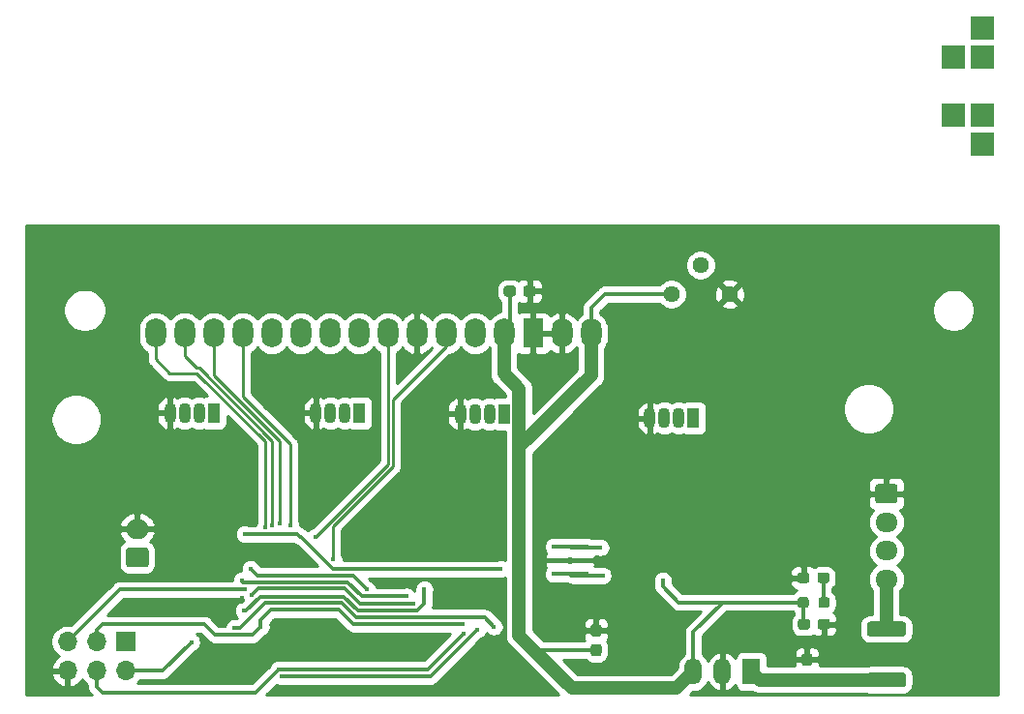
<source format=gbr>
G04 #@! TF.GenerationSoftware,KiCad,Pcbnew,5.1.7-a382d34a8~88~ubuntu18.04.1*
G04 #@! TF.CreationDate,2021-02-25T09:38:48-05:00*
G04 #@! TF.ProjectId,Dash_Left,44617368-5f4c-4656-9674-2e6b69636164,rev?*
G04 #@! TF.SameCoordinates,Original*
G04 #@! TF.FileFunction,Copper,L2,Bot*
G04 #@! TF.FilePolarity,Positive*
%FSLAX46Y46*%
G04 Gerber Fmt 4.6, Leading zero omitted, Abs format (unit mm)*
G04 Created by KiCad (PCBNEW 5.1.7-a382d34a8~88~ubuntu18.04.1) date 2021-02-25 09:38:48*
%MOMM*%
%LPD*%
G01*
G04 APERTURE LIST*
G04 #@! TA.AperFunction,SMDPad,CuDef*
%ADD10R,3.200000X0.400000*%
G04 #@! TD*
G04 #@! TA.AperFunction,ComponentPad*
%ADD11R,2.000000X2.000000*%
G04 #@! TD*
G04 #@! TA.AperFunction,ComponentPad*
%ADD12O,1.800000X2.600000*%
G04 #@! TD*
G04 #@! TA.AperFunction,ComponentPad*
%ADD13R,1.800000X2.600000*%
G04 #@! TD*
G04 #@! TA.AperFunction,ComponentPad*
%ADD14O,1.500000X2.300000*%
G04 #@! TD*
G04 #@! TA.AperFunction,ComponentPad*
%ADD15R,1.500000X2.300000*%
G04 #@! TD*
G04 #@! TA.AperFunction,ComponentPad*
%ADD16C,1.440000*%
G04 #@! TD*
G04 #@! TA.AperFunction,ComponentPad*
%ADD17O,2.000000X1.700000*%
G04 #@! TD*
G04 #@! TA.AperFunction,ComponentPad*
%ADD18O,1.700000X1.700000*%
G04 #@! TD*
G04 #@! TA.AperFunction,ComponentPad*
%ADD19R,1.700000X1.700000*%
G04 #@! TD*
G04 #@! TA.AperFunction,ComponentPad*
%ADD20O,1.950000X1.700000*%
G04 #@! TD*
G04 #@! TA.AperFunction,ComponentPad*
%ADD21O,1.070000X1.800000*%
G04 #@! TD*
G04 #@! TA.AperFunction,ComponentPad*
%ADD22R,1.070000X1.800000*%
G04 #@! TD*
G04 #@! TA.AperFunction,ViaPad*
%ADD23C,0.450000*%
G04 #@! TD*
G04 #@! TA.AperFunction,Conductor*
%ADD24C,0.360000*%
G04 #@! TD*
G04 #@! TA.AperFunction,Conductor*
%ADD25C,1.200000*%
G04 #@! TD*
G04 #@! TA.AperFunction,Conductor*
%ADD26C,0.254000*%
G04 #@! TD*
G04 #@! TA.AperFunction,Conductor*
%ADD27C,0.100000*%
G04 #@! TD*
G04 APERTURE END LIST*
D10*
X156210000Y-103194000D03*
X156210000Y-104394000D03*
X156210000Y-105594000D03*
D11*
X192251500Y-67998500D03*
X192251500Y-65458500D03*
X189711500Y-65458500D03*
X189711500Y-60378500D03*
X192251500Y-60378500D03*
X192251500Y-57838500D03*
D12*
X155506420Y-84515960D03*
X158051500Y-84518500D03*
X119951500Y-84518500D03*
X122486420Y-84515960D03*
X125031500Y-84518500D03*
X127571500Y-84518500D03*
X130111500Y-84518500D03*
X132651500Y-84518500D03*
X135191500Y-84518500D03*
X137731500Y-84518500D03*
X140271500Y-84518500D03*
X142811500Y-84518500D03*
X145351500Y-84518500D03*
X147891500Y-84518500D03*
X150431500Y-84518500D03*
D13*
X152971500Y-84518500D03*
D14*
X167005000Y-114109500D03*
X169545000Y-114109500D03*
D15*
X172085000Y-114109500D03*
D16*
X165100000Y-81089500D03*
X167640000Y-78549500D03*
X170180000Y-81089500D03*
G04 #@! TA.AperFunction,SMDPad,CuDef*
G36*
G01*
X177097500Y-107839500D02*
X177097500Y-108314500D01*
G75*
G02*
X176860000Y-108552000I-237500J0D01*
G01*
X176360000Y-108552000D01*
G75*
G02*
X176122500Y-108314500I0J237500D01*
G01*
X176122500Y-107839500D01*
G75*
G02*
X176360000Y-107602000I237500J0D01*
G01*
X176860000Y-107602000D01*
G75*
G02*
X177097500Y-107839500I0J-237500D01*
G01*
G37*
G04 #@! TD.AperFunction*
G04 #@! TA.AperFunction,SMDPad,CuDef*
G36*
G01*
X178922500Y-107839500D02*
X178922500Y-108314500D01*
G75*
G02*
X178685000Y-108552000I-237500J0D01*
G01*
X178185000Y-108552000D01*
G75*
G02*
X177947500Y-108314500I0J237500D01*
G01*
X177947500Y-107839500D01*
G75*
G02*
X178185000Y-107602000I237500J0D01*
G01*
X178685000Y-107602000D01*
G75*
G02*
X178922500Y-107839500I0J-237500D01*
G01*
G37*
G04 #@! TD.AperFunction*
D17*
X118364000Y-101640000D03*
G04 #@! TA.AperFunction,ComponentPad*
G36*
G01*
X119114000Y-104990000D02*
X117614000Y-104990000D01*
G75*
G02*
X117364000Y-104740000I0J250000D01*
G01*
X117364000Y-103540000D01*
G75*
G02*
X117614000Y-103290000I250000J0D01*
G01*
X119114000Y-103290000D01*
G75*
G02*
X119364000Y-103540000I0J-250000D01*
G01*
X119364000Y-104740000D01*
G75*
G02*
X119114000Y-104990000I-250000J0D01*
G01*
G37*
G04 #@! TD.AperFunction*
D18*
X112268000Y-114046000D03*
X112268000Y-111506000D03*
X114808000Y-114046000D03*
X114808000Y-111506000D03*
X117348000Y-114046000D03*
D19*
X117348000Y-111506000D03*
D20*
X183896000Y-106052000D03*
X183896000Y-103552000D03*
X183896000Y-101052000D03*
G04 #@! TA.AperFunction,ComponentPad*
G36*
G01*
X183171000Y-97702000D02*
X184621000Y-97702000D01*
G75*
G02*
X184871000Y-97952000I0J-250000D01*
G01*
X184871000Y-99152000D01*
G75*
G02*
X184621000Y-99402000I-250000J0D01*
G01*
X183171000Y-99402000D01*
G75*
G02*
X182921000Y-99152000I0J250000D01*
G01*
X182921000Y-97952000D01*
G75*
G02*
X183171000Y-97702000I250000J0D01*
G01*
G37*
G04 #@! TD.AperFunction*
G04 #@! TA.AperFunction,SMDPad,CuDef*
G36*
G01*
X185346000Y-111048600D02*
X182446000Y-111048600D01*
G75*
G02*
X182196000Y-110798600I0J250000D01*
G01*
X182196000Y-109998600D01*
G75*
G02*
X182446000Y-109748600I250000J0D01*
G01*
X185346000Y-109748600D01*
G75*
G02*
X185596000Y-109998600I0J-250000D01*
G01*
X185596000Y-110798600D01*
G75*
G02*
X185346000Y-111048600I-250000J0D01*
G01*
G37*
G04 #@! TD.AperFunction*
G04 #@! TA.AperFunction,SMDPad,CuDef*
G36*
G01*
X185346000Y-115498600D02*
X182446000Y-115498600D01*
G75*
G02*
X182196000Y-115248600I0J250000D01*
G01*
X182196000Y-114448600D01*
G75*
G02*
X182446000Y-114198600I250000J0D01*
G01*
X185346000Y-114198600D01*
G75*
G02*
X185596000Y-114448600I0J-250000D01*
G01*
X185596000Y-115248600D01*
G75*
G02*
X185346000Y-115498600I-250000J0D01*
G01*
G37*
G04 #@! TD.AperFunction*
D21*
X121221500Y-91503500D03*
X122491500Y-91503500D03*
X123761500Y-91503500D03*
D22*
X125031500Y-91503500D03*
D21*
X133985000Y-91503500D03*
X135255000Y-91503500D03*
X136525000Y-91503500D03*
D22*
X137795000Y-91503500D03*
D21*
X146621500Y-91567000D03*
X147891500Y-91567000D03*
X149161500Y-91567000D03*
D22*
X150431500Y-91567000D03*
D21*
X163195000Y-91948000D03*
X164465000Y-91948000D03*
X165735000Y-91948000D03*
D22*
X167005000Y-91948000D03*
G04 #@! TA.AperFunction,SMDPad,CuDef*
G36*
G01*
X177854120Y-106155500D02*
X177854120Y-105680500D01*
G75*
G02*
X178091620Y-105443000I237500J0D01*
G01*
X178666620Y-105443000D01*
G75*
G02*
X178904120Y-105680500I0J-237500D01*
G01*
X178904120Y-106155500D01*
G75*
G02*
X178666620Y-106393000I-237500J0D01*
G01*
X178091620Y-106393000D01*
G75*
G02*
X177854120Y-106155500I0J237500D01*
G01*
G37*
G04 #@! TD.AperFunction*
G04 #@! TA.AperFunction,SMDPad,CuDef*
G36*
G01*
X176104120Y-106155500D02*
X176104120Y-105680500D01*
G75*
G02*
X176341620Y-105443000I237500J0D01*
G01*
X176916620Y-105443000D01*
G75*
G02*
X177154120Y-105680500I0J-237500D01*
G01*
X177154120Y-106155500D01*
G75*
G02*
X176916620Y-106393000I-237500J0D01*
G01*
X176341620Y-106393000D01*
G75*
G02*
X176104120Y-106155500I0J237500D01*
G01*
G37*
G04 #@! TD.AperFunction*
G04 #@! TA.AperFunction,SMDPad,CuDef*
G36*
G01*
X158733500Y-111054000D02*
X158258500Y-111054000D01*
G75*
G02*
X158021000Y-110816500I0J237500D01*
G01*
X158021000Y-110216500D01*
G75*
G02*
X158258500Y-109979000I237500J0D01*
G01*
X158733500Y-109979000D01*
G75*
G02*
X158971000Y-110216500I0J-237500D01*
G01*
X158971000Y-110816500D01*
G75*
G02*
X158733500Y-111054000I-237500J0D01*
G01*
G37*
G04 #@! TD.AperFunction*
G04 #@! TA.AperFunction,SMDPad,CuDef*
G36*
G01*
X158733500Y-112779000D02*
X158258500Y-112779000D01*
G75*
G02*
X158021000Y-112541500I0J237500D01*
G01*
X158021000Y-111941500D01*
G75*
G02*
X158258500Y-111704000I237500J0D01*
G01*
X158733500Y-111704000D01*
G75*
G02*
X158971000Y-111941500I0J-237500D01*
G01*
X158971000Y-112541500D01*
G75*
G02*
X158733500Y-112779000I-237500J0D01*
G01*
G37*
G04 #@! TD.AperFunction*
G04 #@! TA.AperFunction,SMDPad,CuDef*
G36*
G01*
X177871000Y-110219500D02*
X177871000Y-109744500D01*
G75*
G02*
X178108500Y-109507000I237500J0D01*
G01*
X178708500Y-109507000D01*
G75*
G02*
X178946000Y-109744500I0J-237500D01*
G01*
X178946000Y-110219500D01*
G75*
G02*
X178708500Y-110457000I-237500J0D01*
G01*
X178108500Y-110457000D01*
G75*
G02*
X177871000Y-110219500I0J237500D01*
G01*
G37*
G04 #@! TD.AperFunction*
G04 #@! TA.AperFunction,SMDPad,CuDef*
G36*
G01*
X176146000Y-110219500D02*
X176146000Y-109744500D01*
G75*
G02*
X176383500Y-109507000I237500J0D01*
G01*
X176983500Y-109507000D01*
G75*
G02*
X177221000Y-109744500I0J-237500D01*
G01*
X177221000Y-110219500D01*
G75*
G02*
X176983500Y-110457000I-237500J0D01*
G01*
X176383500Y-110457000D01*
G75*
G02*
X176146000Y-110219500I0J237500D01*
G01*
G37*
G04 #@! TD.AperFunction*
G04 #@! TA.AperFunction,SMDPad,CuDef*
G36*
G01*
X152127000Y-81073000D02*
X152127000Y-80598000D01*
G75*
G02*
X152364500Y-80360500I237500J0D01*
G01*
X152964500Y-80360500D01*
G75*
G02*
X153202000Y-80598000I0J-237500D01*
G01*
X153202000Y-81073000D01*
G75*
G02*
X152964500Y-81310500I-237500J0D01*
G01*
X152364500Y-81310500D01*
G75*
G02*
X152127000Y-81073000I0J237500D01*
G01*
G37*
G04 #@! TD.AperFunction*
G04 #@! TA.AperFunction,SMDPad,CuDef*
G36*
G01*
X150402000Y-81073000D02*
X150402000Y-80598000D01*
G75*
G02*
X150639500Y-80360500I237500J0D01*
G01*
X151239500Y-80360500D01*
G75*
G02*
X151477000Y-80598000I0J-237500D01*
G01*
X151477000Y-81073000D01*
G75*
G02*
X151239500Y-81310500I-237500J0D01*
G01*
X150639500Y-81310500D01*
G75*
G02*
X150402000Y-81073000I0J237500D01*
G01*
G37*
G04 #@! TD.AperFunction*
G04 #@! TA.AperFunction,SMDPad,CuDef*
G36*
G01*
X177173900Y-113618300D02*
X176698900Y-113618300D01*
G75*
G02*
X176461400Y-113380800I0J237500D01*
G01*
X176461400Y-112780800D01*
G75*
G02*
X176698900Y-112543300I237500J0D01*
G01*
X177173900Y-112543300D01*
G75*
G02*
X177411400Y-112780800I0J-237500D01*
G01*
X177411400Y-113380800D01*
G75*
G02*
X177173900Y-113618300I-237500J0D01*
G01*
G37*
G04 #@! TD.AperFunction*
G04 #@! TA.AperFunction,SMDPad,CuDef*
G36*
G01*
X177173900Y-115343300D02*
X176698900Y-115343300D01*
G75*
G02*
X176461400Y-115105800I0J237500D01*
G01*
X176461400Y-114505800D01*
G75*
G02*
X176698900Y-114268300I237500J0D01*
G01*
X177173900Y-114268300D01*
G75*
G02*
X177411400Y-114505800I0J-237500D01*
G01*
X177411400Y-115105800D01*
G75*
G02*
X177173900Y-115343300I-237500J0D01*
G01*
G37*
G04 #@! TD.AperFunction*
D23*
X127508000Y-107696000D03*
X117348000Y-108204000D03*
X116586000Y-108966000D03*
X146304000Y-114046000D03*
X147320000Y-112776000D03*
X144272000Y-103378000D03*
X142240000Y-103378000D03*
X142240000Y-106426000D03*
X136652000Y-111506000D03*
X136652000Y-112776000D03*
X142240000Y-112522000D03*
X143510000Y-112522000D03*
X147574000Y-107950000D03*
X148590000Y-106934000D03*
X138430000Y-112776000D03*
X131826000Y-109728000D03*
X131064000Y-109728000D03*
X130302000Y-109728000D03*
X136652000Y-104394000D03*
X137414000Y-104394000D03*
X138176000Y-104394000D03*
X138430000Y-100584000D03*
X138938000Y-100076000D03*
X139446000Y-99568000D03*
X139954000Y-99060000D03*
X123088400Y-111556800D03*
X164338000Y-106172000D03*
X127762000Y-106934000D03*
X130713937Y-113945800D03*
X146920417Y-110781297D03*
X146812000Y-109983611D03*
X129159000Y-110236000D03*
X148082000Y-110490000D03*
X130970000Y-114554000D03*
X150114000Y-105156000D03*
X127762000Y-102108000D03*
X129540000Y-101473000D03*
X130173699Y-101314576D03*
X130834679Y-101190384D03*
X131753039Y-101323572D03*
X133921500Y-102362000D03*
X135509000Y-104267000D03*
X128353369Y-107440053D03*
X142544800Y-108204000D03*
X127663800Y-108800900D03*
X143469360Y-106935400D03*
X126862840Y-110309660D03*
X149565360Y-110185200D03*
X127508000Y-106172000D03*
X141884400Y-107543600D03*
X128270000Y-105156000D03*
X138430000Y-106934000D03*
X158877000Y-103251000D03*
X159067500Y-105727500D03*
D24*
X150939500Y-84010500D02*
X150431500Y-84518500D01*
X150939500Y-80835500D02*
X150939500Y-84010500D01*
X165100000Y-81089500D02*
X159258000Y-81089500D01*
X158051500Y-82296000D02*
X158051500Y-84518500D01*
X159258000Y-81089500D02*
X158051500Y-82296000D01*
X167005000Y-114109500D02*
X167005000Y-110667800D01*
X169595800Y-108077000D02*
X176610000Y-108077000D01*
X167005000Y-110667800D02*
X169595800Y-108077000D01*
X176610000Y-109908500D02*
X176683500Y-109982000D01*
X176610000Y-108077000D02*
X176610000Y-109908500D01*
D25*
X167005000Y-114109500D02*
X167005000Y-114122200D01*
X167005000Y-114122200D02*
X165557200Y-115570000D01*
X165557200Y-115570000D02*
X156362400Y-115570000D01*
X151769701Y-110977301D02*
X151769701Y-94508699D01*
X158051500Y-88226900D02*
X158051500Y-84518500D01*
X151769701Y-94508699D02*
X158051500Y-88226900D01*
X151769701Y-94508699D02*
X151769701Y-89387301D01*
X150431500Y-88049100D02*
X150431500Y-84518500D01*
X151769701Y-89387301D02*
X150431500Y-88049100D01*
D24*
X117348000Y-114046000D02*
X120599200Y-114046000D01*
X120599200Y-114046000D02*
X123088400Y-111556800D01*
X153033900Y-112241500D02*
X153009600Y-112217200D01*
X158496000Y-112241500D02*
X153033900Y-112241500D01*
D25*
X156362400Y-115570000D02*
X153009600Y-112217200D01*
X153009600Y-112217200D02*
X151769701Y-110977301D01*
D24*
X169595800Y-108077000D02*
X165735000Y-108077000D01*
X165735000Y-108077000D02*
X164338000Y-106680000D01*
X164338000Y-106680000D02*
X164338000Y-106172000D01*
D25*
X172824100Y-114848600D02*
X172085000Y-114109500D01*
X183896000Y-114848600D02*
X172824100Y-114848600D01*
D24*
X178379120Y-108021120D02*
X178435000Y-108077000D01*
X178379120Y-105918000D02*
X178379120Y-108021120D01*
D25*
X183896000Y-106052000D02*
X183896000Y-110398600D01*
D24*
X112268000Y-111506000D02*
X116840000Y-106934000D01*
X116840000Y-106934000D02*
X127762000Y-106934000D01*
X146920417Y-110781297D02*
X143782714Y-113919000D01*
X130740737Y-113919000D02*
X130713937Y-113945800D01*
X143782714Y-113919000D02*
X130740737Y-113919000D01*
X114808000Y-115443000D02*
X114808000Y-114046000D01*
X115316000Y-115951000D02*
X114808000Y-115443000D01*
X130713937Y-113945800D02*
X128708737Y-115951000D01*
X128708737Y-115951000D02*
X115316000Y-115951000D01*
X146812000Y-109983611D02*
X137277617Y-109983610D01*
X137277617Y-109983610D02*
X136006007Y-108712000D01*
X136006007Y-108712000D02*
X133096000Y-108712000D01*
X133096000Y-108712000D02*
X130048000Y-108712000D01*
X130048000Y-108712000D02*
X129159000Y-109601000D01*
X129159000Y-109601000D02*
X129159000Y-110236000D01*
X114808000Y-111506000D02*
X114808000Y-110490000D01*
X128477139Y-110917861D02*
X125141861Y-110917861D01*
X129159000Y-110236000D02*
X128477139Y-110917861D01*
X125141861Y-110917861D02*
X124206000Y-109982000D01*
X115316000Y-109982000D02*
X114808000Y-110490000D01*
X124206000Y-109982000D02*
X115316000Y-109982000D01*
X148082000Y-110490000D02*
X144018000Y-114554000D01*
X144018000Y-114554000D02*
X130970000Y-114554000D01*
X135497862Y-105156000D02*
X132703862Y-102362000D01*
X150114000Y-105156000D02*
X135497862Y-105156000D01*
X132703862Y-102362000D02*
X132588000Y-102362000D01*
X132588000Y-102362000D02*
X132334000Y-102108000D01*
X132334000Y-102108000D02*
X127762000Y-102108000D01*
D26*
X129540000Y-93982638D02*
X123568362Y-88011000D01*
X129540000Y-101473000D02*
X129540000Y-93982638D01*
X123568362Y-88011000D02*
X121158000Y-88011000D01*
X119951500Y-86804500D02*
X119951500Y-84518500D01*
X121158000Y-88011000D02*
X119951500Y-86804500D01*
X130173699Y-93969745D02*
X123757744Y-87553790D01*
X130173699Y-101314576D02*
X130173699Y-93969745D01*
X123757744Y-87553790D02*
X123558290Y-87553790D01*
X122486420Y-86481920D02*
X122486420Y-84515960D01*
X123558290Y-87553790D02*
X122486420Y-86481920D01*
X130834679Y-101190384D02*
X130834679Y-93984133D01*
X125031500Y-88180954D02*
X125031500Y-84518500D01*
X130834679Y-93984133D02*
X125031500Y-88180954D01*
X131753039Y-101323572D02*
X131753039Y-94255901D01*
X127571500Y-90074362D02*
X127571500Y-84518500D01*
X131753039Y-94255901D02*
X127571500Y-90074362D01*
X140271500Y-84518500D02*
X140271500Y-96012000D01*
X140271500Y-96012000D02*
X133921500Y-102362000D01*
X145351500Y-84518500D02*
X145351500Y-85661500D01*
X140728710Y-90284290D02*
X140728709Y-96201383D01*
X145351500Y-85661500D02*
X140728710Y-90284290D01*
X140728709Y-96201383D02*
X135509000Y-101421092D01*
X135509000Y-101421092D02*
X135509000Y-104267000D01*
D24*
X128353369Y-107440053D02*
X128947792Y-106845630D01*
X128947792Y-106845630D02*
X136529132Y-106845630D01*
X136529132Y-106845630D02*
X137887502Y-108204000D01*
X137887502Y-108204000D02*
X142544800Y-108204000D01*
X127663800Y-108800900D02*
X127883920Y-108800900D01*
X127883920Y-108800900D02*
X129123440Y-107561380D01*
X136448384Y-107561380D02*
X137654213Y-108767210D01*
X129123440Y-107561380D02*
X136448384Y-107561380D01*
X143469360Y-108179578D02*
X143469360Y-106935400D01*
X142836737Y-108812201D02*
X143469360Y-108179578D01*
X137654213Y-108767210D02*
X137699204Y-108812201D01*
X137699204Y-108812201D02*
X142836737Y-108812201D01*
X126862840Y-110309660D02*
X127350520Y-110309660D01*
X127350520Y-110309660D02*
X129535590Y-108124590D01*
X136215096Y-108124590D02*
X137465915Y-109375411D01*
X129535590Y-108124590D02*
X136215096Y-108124590D01*
X137465915Y-109375411D02*
X148755571Y-109375411D01*
X148755571Y-109375411D02*
X149565360Y-110185200D01*
X127618420Y-106282420D02*
X127508000Y-106172000D01*
X136762420Y-106282420D02*
X127618420Y-106282420D01*
X138022201Y-107542201D02*
X136762420Y-106282420D01*
X141885799Y-107542201D02*
X138022201Y-107542201D01*
X141884400Y-107543600D02*
X141885799Y-107542201D01*
X128270000Y-105156000D02*
X128833210Y-105719210D01*
X128833210Y-105719210D02*
X137215210Y-105719210D01*
X137215210Y-105719210D02*
X138430000Y-106934000D01*
X156267000Y-103251000D02*
X156210000Y-103194000D01*
X158877000Y-103251000D02*
X156267000Y-103251000D01*
X156343500Y-105727500D02*
X156210000Y-105594000D01*
X159067500Y-105727500D02*
X156343500Y-105727500D01*
D26*
X150534701Y-110916636D02*
X150528726Y-110977301D01*
X150552571Y-111219403D01*
X150587880Y-111335801D01*
X150623190Y-111452201D01*
X150737868Y-111666749D01*
X150892199Y-111854803D01*
X150939326Y-111893479D01*
X152179219Y-113133373D01*
X152179224Y-113133377D01*
X155225846Y-116180000D01*
X129632320Y-116180000D01*
X130522810Y-115289510D01*
X130562637Y-115316122D01*
X130719147Y-115380951D01*
X130885297Y-115414000D01*
X131054703Y-115414000D01*
X131220853Y-115380951D01*
X131249705Y-115369000D01*
X143977977Y-115369000D01*
X144018000Y-115372942D01*
X144058023Y-115369000D01*
X144058033Y-115369000D01*
X144177768Y-115357207D01*
X144331396Y-115310605D01*
X144472980Y-115234926D01*
X144597080Y-115133080D01*
X144622603Y-115101980D01*
X148460511Y-111264073D01*
X148489363Y-111252122D01*
X148630218Y-111158005D01*
X148750005Y-111038218D01*
X148844122Y-110897363D01*
X148907732Y-110743795D01*
X149017142Y-110853205D01*
X149157997Y-110947322D01*
X149314507Y-111012151D01*
X149480657Y-111045200D01*
X149650063Y-111045200D01*
X149816213Y-111012151D01*
X149972723Y-110947322D01*
X150113578Y-110853205D01*
X150233365Y-110733418D01*
X150327482Y-110592563D01*
X150392311Y-110436053D01*
X150425360Y-110269903D01*
X150425360Y-110100497D01*
X150392311Y-109934347D01*
X150327482Y-109777837D01*
X150233365Y-109636982D01*
X150113578Y-109517195D01*
X149972723Y-109423078D01*
X149943871Y-109411127D01*
X149360174Y-108827431D01*
X149334651Y-108796331D01*
X149210551Y-108694485D01*
X149068967Y-108618806D01*
X148915339Y-108572204D01*
X148795604Y-108560411D01*
X148795594Y-108560411D01*
X148755571Y-108556469D01*
X148715548Y-108560411D01*
X144189919Y-108560411D01*
X144194291Y-108552232D01*
X144225965Y-108492974D01*
X144272567Y-108339346D01*
X144284360Y-108219611D01*
X144284360Y-108219602D01*
X144288302Y-108179579D01*
X144284360Y-108139556D01*
X144284360Y-107215105D01*
X144296311Y-107186253D01*
X144329360Y-107020103D01*
X144329360Y-106850697D01*
X144296311Y-106684547D01*
X144231482Y-106528037D01*
X144137365Y-106387182D01*
X144017578Y-106267395D01*
X143876723Y-106173278D01*
X143720213Y-106108449D01*
X143554063Y-106075400D01*
X143384657Y-106075400D01*
X143218507Y-106108449D01*
X143061997Y-106173278D01*
X142921142Y-106267395D01*
X142801355Y-106387182D01*
X142707238Y-106528037D01*
X142642409Y-106684547D01*
X142609360Y-106850697D01*
X142609360Y-107020103D01*
X142626500Y-107106272D01*
X142552405Y-106995382D01*
X142432618Y-106875595D01*
X142291763Y-106781478D01*
X142135253Y-106716649D01*
X141969103Y-106683600D01*
X141799697Y-106683600D01*
X141633547Y-106716649D01*
X141608072Y-106727201D01*
X139265714Y-106727201D01*
X139256951Y-106683147D01*
X139192122Y-106526637D01*
X139098005Y-106385782D01*
X138978218Y-106265995D01*
X138837363Y-106171878D01*
X138808511Y-106159927D01*
X138619584Y-105971000D01*
X149834295Y-105971000D01*
X149863147Y-105982951D01*
X150029297Y-106016000D01*
X150198703Y-106016000D01*
X150364853Y-105982951D01*
X150521363Y-105918122D01*
X150534701Y-105909210D01*
X150534701Y-110916636D01*
G04 #@! TA.AperFunction,Conductor*
D27*
G36*
X150534701Y-110916636D02*
G01*
X150528726Y-110977301D01*
X150552571Y-111219403D01*
X150587880Y-111335801D01*
X150623190Y-111452201D01*
X150737868Y-111666749D01*
X150892199Y-111854803D01*
X150939326Y-111893479D01*
X152179219Y-113133373D01*
X152179224Y-113133377D01*
X155225846Y-116180000D01*
X129632320Y-116180000D01*
X130522810Y-115289510D01*
X130562637Y-115316122D01*
X130719147Y-115380951D01*
X130885297Y-115414000D01*
X131054703Y-115414000D01*
X131220853Y-115380951D01*
X131249705Y-115369000D01*
X143977977Y-115369000D01*
X144018000Y-115372942D01*
X144058023Y-115369000D01*
X144058033Y-115369000D01*
X144177768Y-115357207D01*
X144331396Y-115310605D01*
X144472980Y-115234926D01*
X144597080Y-115133080D01*
X144622603Y-115101980D01*
X148460511Y-111264073D01*
X148489363Y-111252122D01*
X148630218Y-111158005D01*
X148750005Y-111038218D01*
X148844122Y-110897363D01*
X148907732Y-110743795D01*
X149017142Y-110853205D01*
X149157997Y-110947322D01*
X149314507Y-111012151D01*
X149480657Y-111045200D01*
X149650063Y-111045200D01*
X149816213Y-111012151D01*
X149972723Y-110947322D01*
X150113578Y-110853205D01*
X150233365Y-110733418D01*
X150327482Y-110592563D01*
X150392311Y-110436053D01*
X150425360Y-110269903D01*
X150425360Y-110100497D01*
X150392311Y-109934347D01*
X150327482Y-109777837D01*
X150233365Y-109636982D01*
X150113578Y-109517195D01*
X149972723Y-109423078D01*
X149943871Y-109411127D01*
X149360174Y-108827431D01*
X149334651Y-108796331D01*
X149210551Y-108694485D01*
X149068967Y-108618806D01*
X148915339Y-108572204D01*
X148795604Y-108560411D01*
X148795594Y-108560411D01*
X148755571Y-108556469D01*
X148715548Y-108560411D01*
X144189919Y-108560411D01*
X144194291Y-108552232D01*
X144225965Y-108492974D01*
X144272567Y-108339346D01*
X144284360Y-108219611D01*
X144284360Y-108219602D01*
X144288302Y-108179579D01*
X144284360Y-108139556D01*
X144284360Y-107215105D01*
X144296311Y-107186253D01*
X144329360Y-107020103D01*
X144329360Y-106850697D01*
X144296311Y-106684547D01*
X144231482Y-106528037D01*
X144137365Y-106387182D01*
X144017578Y-106267395D01*
X143876723Y-106173278D01*
X143720213Y-106108449D01*
X143554063Y-106075400D01*
X143384657Y-106075400D01*
X143218507Y-106108449D01*
X143061997Y-106173278D01*
X142921142Y-106267395D01*
X142801355Y-106387182D01*
X142707238Y-106528037D01*
X142642409Y-106684547D01*
X142609360Y-106850697D01*
X142609360Y-107020103D01*
X142626500Y-107106272D01*
X142552405Y-106995382D01*
X142432618Y-106875595D01*
X142291763Y-106781478D01*
X142135253Y-106716649D01*
X141969103Y-106683600D01*
X141799697Y-106683600D01*
X141633547Y-106716649D01*
X141608072Y-106727201D01*
X139265714Y-106727201D01*
X139256951Y-106683147D01*
X139192122Y-106526637D01*
X139098005Y-106385782D01*
X138978218Y-106265995D01*
X138837363Y-106171878D01*
X138808511Y-106159927D01*
X138619584Y-105971000D01*
X149834295Y-105971000D01*
X149863147Y-105982951D01*
X150029297Y-106016000D01*
X150198703Y-106016000D01*
X150364853Y-105982951D01*
X150521363Y-105918122D01*
X150534701Y-105909210D01*
X150534701Y-110916636D01*
G37*
G04 #@! TD.AperFunction*
D26*
X193650001Y-113632581D02*
X193650000Y-116180000D01*
X166693753Y-116180000D01*
X166975462Y-115898292D01*
X167005000Y-115901201D01*
X167276506Y-115874460D01*
X167537580Y-115795264D01*
X167778187Y-115666657D01*
X167989080Y-115493581D01*
X168162157Y-115282688D01*
X168277486Y-115066922D01*
X168314028Y-115156849D01*
X168463972Y-115384561D01*
X168655460Y-115578645D01*
X168881132Y-115731642D01*
X169132316Y-115837673D01*
X169203815Y-115851818D01*
X169418000Y-115729156D01*
X169418000Y-114236500D01*
X169398000Y-114236500D01*
X169398000Y-113982500D01*
X169418000Y-113982500D01*
X169418000Y-112489844D01*
X169672000Y-112489844D01*
X169672000Y-113982500D01*
X169692000Y-113982500D01*
X169692000Y-114236500D01*
X169672000Y-114236500D01*
X169672000Y-115729156D01*
X169886185Y-115851818D01*
X169957684Y-115837673D01*
X170208868Y-115731642D01*
X170434540Y-115578645D01*
X170626028Y-115384561D01*
X170698418Y-115274626D01*
X170709188Y-115383982D01*
X170745498Y-115503680D01*
X170804463Y-115613994D01*
X170883815Y-115710685D01*
X170980506Y-115790037D01*
X171090820Y-115849002D01*
X171210518Y-115885312D01*
X171335000Y-115897572D01*
X172166716Y-115897572D01*
X172266671Y-115950999D01*
X172349199Y-115995111D01*
X172581997Y-116065730D01*
X172824099Y-116089575D01*
X172884764Y-116083600D01*
X182154043Y-116083600D01*
X182272746Y-116119608D01*
X182446000Y-116136672D01*
X185346000Y-116136672D01*
X185519254Y-116119608D01*
X185685850Y-116069072D01*
X185839386Y-115987005D01*
X185973962Y-115876562D01*
X186084405Y-115741986D01*
X186166472Y-115588450D01*
X186217008Y-115421854D01*
X186234072Y-115248600D01*
X186234072Y-114448600D01*
X186217008Y-114275346D01*
X186166472Y-114108750D01*
X186084405Y-113955214D01*
X185973962Y-113820638D01*
X185839386Y-113710195D01*
X185685850Y-113628128D01*
X185519254Y-113577592D01*
X185346000Y-113560528D01*
X182446000Y-113560528D01*
X182272746Y-113577592D01*
X182154043Y-113613600D01*
X178049415Y-113613600D01*
X178046400Y-113366550D01*
X177887650Y-113207800D01*
X177063400Y-113207800D01*
X177063400Y-113227800D01*
X176809400Y-113227800D01*
X176809400Y-113207800D01*
X175985150Y-113207800D01*
X175826400Y-113366550D01*
X175823385Y-113613600D01*
X173473072Y-113613600D01*
X173473072Y-112959500D01*
X173460812Y-112835018D01*
X173424502Y-112715320D01*
X173365537Y-112605006D01*
X173314897Y-112543300D01*
X175823328Y-112543300D01*
X175826400Y-112795050D01*
X175985150Y-112953800D01*
X176809400Y-112953800D01*
X176809400Y-112067050D01*
X177063400Y-112067050D01*
X177063400Y-112953800D01*
X177887650Y-112953800D01*
X178046400Y-112795050D01*
X178049472Y-112543300D01*
X178037212Y-112418818D01*
X178000902Y-112299120D01*
X177941937Y-112188806D01*
X177862585Y-112092115D01*
X177765894Y-112012763D01*
X177655580Y-111953798D01*
X177535882Y-111917488D01*
X177411400Y-111905228D01*
X177222150Y-111908300D01*
X177063400Y-112067050D01*
X176809400Y-112067050D01*
X176650650Y-111908300D01*
X176461400Y-111905228D01*
X176336918Y-111917488D01*
X176217220Y-111953798D01*
X176106906Y-112012763D01*
X176010215Y-112092115D01*
X175930863Y-112188806D01*
X175871898Y-112299120D01*
X175835588Y-112418818D01*
X175823328Y-112543300D01*
X173314897Y-112543300D01*
X173286185Y-112508315D01*
X173189494Y-112428963D01*
X173079180Y-112369998D01*
X172959482Y-112333688D01*
X172835000Y-112321428D01*
X171335000Y-112321428D01*
X171210518Y-112333688D01*
X171090820Y-112369998D01*
X170980506Y-112428963D01*
X170883815Y-112508315D01*
X170804463Y-112605006D01*
X170745498Y-112715320D01*
X170709188Y-112835018D01*
X170698418Y-112944374D01*
X170626028Y-112834439D01*
X170434540Y-112640355D01*
X170208868Y-112487358D01*
X169957684Y-112381327D01*
X169886185Y-112367182D01*
X169672000Y-112489844D01*
X169418000Y-112489844D01*
X169203815Y-112367182D01*
X169132316Y-112381327D01*
X168881132Y-112487358D01*
X168655460Y-112640355D01*
X168463972Y-112834439D01*
X168314028Y-113062151D01*
X168277486Y-113152078D01*
X168162157Y-112936312D01*
X167989081Y-112725419D01*
X167820000Y-112586657D01*
X167820000Y-111005383D01*
X169933384Y-108892000D01*
X175706718Y-108892000D01*
X175740877Y-108933623D01*
X175795000Y-108978041D01*
X175795001Y-109100245D01*
X175764377Y-109125377D01*
X175655488Y-109258058D01*
X175574577Y-109409433D01*
X175524752Y-109573684D01*
X175507928Y-109744500D01*
X175507928Y-110219500D01*
X175524752Y-110390316D01*
X175574577Y-110554567D01*
X175655488Y-110705942D01*
X175764377Y-110838623D01*
X175897058Y-110947512D01*
X176048433Y-111028423D01*
X176212684Y-111078248D01*
X176383500Y-111095072D01*
X176983500Y-111095072D01*
X177154316Y-111078248D01*
X177318567Y-111028423D01*
X177468606Y-110948226D01*
X177516506Y-110987537D01*
X177626820Y-111046502D01*
X177746518Y-111082812D01*
X177871000Y-111095072D01*
X178122750Y-111092000D01*
X178281500Y-110933250D01*
X178281500Y-110109000D01*
X178535500Y-110109000D01*
X178535500Y-110933250D01*
X178694250Y-111092000D01*
X178946000Y-111095072D01*
X179070482Y-111082812D01*
X179190180Y-111046502D01*
X179300494Y-110987537D01*
X179397185Y-110908185D01*
X179476537Y-110811494D01*
X179535502Y-110701180D01*
X179571812Y-110581482D01*
X179584072Y-110457000D01*
X179581000Y-110267750D01*
X179422250Y-110109000D01*
X178535500Y-110109000D01*
X178281500Y-110109000D01*
X178261500Y-110109000D01*
X178261500Y-109998600D01*
X181557928Y-109998600D01*
X181557928Y-110798600D01*
X181574992Y-110971854D01*
X181625528Y-111138450D01*
X181707595Y-111291986D01*
X181818038Y-111426562D01*
X181952614Y-111537005D01*
X182106150Y-111619072D01*
X182272746Y-111669608D01*
X182446000Y-111686672D01*
X185346000Y-111686672D01*
X185519254Y-111669608D01*
X185685850Y-111619072D01*
X185839386Y-111537005D01*
X185973962Y-111426562D01*
X186084405Y-111291986D01*
X186166472Y-111138450D01*
X186217008Y-110971854D01*
X186234072Y-110798600D01*
X186234072Y-109998600D01*
X186217008Y-109825346D01*
X186166472Y-109658750D01*
X186084405Y-109505214D01*
X185973962Y-109370638D01*
X185839386Y-109260195D01*
X185685850Y-109178128D01*
X185519254Y-109127592D01*
X185346000Y-109110528D01*
X185131000Y-109110528D01*
X185131000Y-107040280D01*
X185261706Y-106881014D01*
X185399599Y-106623034D01*
X185484513Y-106343111D01*
X185513185Y-106052000D01*
X185484513Y-105760889D01*
X185399599Y-105480966D01*
X185261706Y-105222986D01*
X185076134Y-104996866D01*
X184850014Y-104811294D01*
X184832626Y-104802000D01*
X184850014Y-104792706D01*
X185076134Y-104607134D01*
X185261706Y-104381014D01*
X185399599Y-104123034D01*
X185484513Y-103843111D01*
X185513185Y-103552000D01*
X185484513Y-103260889D01*
X185399599Y-102980966D01*
X185261706Y-102722986D01*
X185076134Y-102496866D01*
X184850014Y-102311294D01*
X184832626Y-102302000D01*
X184850014Y-102292706D01*
X185076134Y-102107134D01*
X185261706Y-101881014D01*
X185399599Y-101623034D01*
X185484513Y-101343111D01*
X185513185Y-101052000D01*
X185484513Y-100760889D01*
X185399599Y-100480966D01*
X185261706Y-100222986D01*
X185080392Y-100002055D01*
X185115180Y-99991502D01*
X185225494Y-99932537D01*
X185322185Y-99853185D01*
X185401537Y-99756494D01*
X185460502Y-99646180D01*
X185496812Y-99526482D01*
X185509072Y-99402000D01*
X185506000Y-98837750D01*
X185347250Y-98679000D01*
X184023000Y-98679000D01*
X184023000Y-98699000D01*
X183769000Y-98699000D01*
X183769000Y-98679000D01*
X182444750Y-98679000D01*
X182286000Y-98837750D01*
X182282928Y-99402000D01*
X182295188Y-99526482D01*
X182331498Y-99646180D01*
X182390463Y-99756494D01*
X182469815Y-99853185D01*
X182566506Y-99932537D01*
X182676820Y-99991502D01*
X182711608Y-100002055D01*
X182530294Y-100222986D01*
X182392401Y-100480966D01*
X182307487Y-100760889D01*
X182278815Y-101052000D01*
X182307487Y-101343111D01*
X182392401Y-101623034D01*
X182530294Y-101881014D01*
X182715866Y-102107134D01*
X182941986Y-102292706D01*
X182959374Y-102302000D01*
X182941986Y-102311294D01*
X182715866Y-102496866D01*
X182530294Y-102722986D01*
X182392401Y-102980966D01*
X182307487Y-103260889D01*
X182278815Y-103552000D01*
X182307487Y-103843111D01*
X182392401Y-104123034D01*
X182530294Y-104381014D01*
X182715866Y-104607134D01*
X182941986Y-104792706D01*
X182959374Y-104802000D01*
X182941986Y-104811294D01*
X182715866Y-104996866D01*
X182530294Y-105222986D01*
X182392401Y-105480966D01*
X182307487Y-105760889D01*
X182278815Y-106052000D01*
X182307487Y-106343111D01*
X182392401Y-106623034D01*
X182530294Y-106881014D01*
X182661000Y-107040280D01*
X182661001Y-109110528D01*
X182446000Y-109110528D01*
X182272746Y-109127592D01*
X182106150Y-109178128D01*
X181952614Y-109260195D01*
X181818038Y-109370638D01*
X181707595Y-109505214D01*
X181625528Y-109658750D01*
X181574992Y-109825346D01*
X181557928Y-109998600D01*
X178261500Y-109998600D01*
X178261500Y-109855000D01*
X178281500Y-109855000D01*
X178281500Y-109835000D01*
X178535500Y-109835000D01*
X178535500Y-109855000D01*
X179422250Y-109855000D01*
X179581000Y-109696250D01*
X179584072Y-109507000D01*
X179571812Y-109382518D01*
X179535502Y-109262820D01*
X179476537Y-109152506D01*
X179397185Y-109055815D01*
X179300494Y-108976463D01*
X179271080Y-108960741D01*
X179304123Y-108933623D01*
X179413012Y-108800942D01*
X179493923Y-108649567D01*
X179543748Y-108485316D01*
X179560572Y-108314500D01*
X179560572Y-107839500D01*
X179543748Y-107668684D01*
X179493923Y-107504433D01*
X179413012Y-107353058D01*
X179304123Y-107220377D01*
X179194120Y-107130099D01*
X179194120Y-106849816D01*
X179285743Y-106774623D01*
X179394632Y-106641942D01*
X179475543Y-106490567D01*
X179525368Y-106326316D01*
X179542192Y-106155500D01*
X179542192Y-105680500D01*
X179525368Y-105509684D01*
X179475543Y-105345433D01*
X179394632Y-105194058D01*
X179285743Y-105061377D01*
X179153062Y-104952488D01*
X179001687Y-104871577D01*
X178837436Y-104821752D01*
X178666620Y-104804928D01*
X178091620Y-104804928D01*
X177920804Y-104821752D01*
X177756553Y-104871577D01*
X177605178Y-104952488D01*
X177581281Y-104972099D01*
X177508614Y-104912463D01*
X177398300Y-104853498D01*
X177278602Y-104817188D01*
X177154120Y-104804928D01*
X176914870Y-104808000D01*
X176756120Y-104966750D01*
X176756120Y-105791000D01*
X176776120Y-105791000D01*
X176776120Y-106045000D01*
X176756120Y-106045000D01*
X176756120Y-106065000D01*
X176502120Y-106065000D01*
X176502120Y-106045000D01*
X175627870Y-106045000D01*
X175469120Y-106203750D01*
X175466048Y-106393000D01*
X175478308Y-106517482D01*
X175514618Y-106637180D01*
X175573583Y-106747494D01*
X175652935Y-106844185D01*
X175749626Y-106923537D01*
X175859940Y-106982502D01*
X175979638Y-107018812D01*
X176043110Y-107025063D01*
X176024933Y-107030577D01*
X175873558Y-107111488D01*
X175740877Y-107220377D01*
X175706718Y-107262000D01*
X169635822Y-107262000D01*
X169595799Y-107258058D01*
X169555776Y-107262000D01*
X166072584Y-107262000D01*
X165176313Y-106365730D01*
X165198000Y-106256703D01*
X165198000Y-106087297D01*
X165164951Y-105921147D01*
X165100122Y-105764637D01*
X165006005Y-105623782D01*
X164886218Y-105503995D01*
X164794934Y-105443000D01*
X175466048Y-105443000D01*
X175469120Y-105632250D01*
X175627870Y-105791000D01*
X176502120Y-105791000D01*
X176502120Y-104966750D01*
X176343370Y-104808000D01*
X176104120Y-104804928D01*
X175979638Y-104817188D01*
X175859940Y-104853498D01*
X175749626Y-104912463D01*
X175652935Y-104991815D01*
X175573583Y-105088506D01*
X175514618Y-105198820D01*
X175478308Y-105318518D01*
X175466048Y-105443000D01*
X164794934Y-105443000D01*
X164745363Y-105409878D01*
X164588853Y-105345049D01*
X164422703Y-105312000D01*
X164253297Y-105312000D01*
X164087147Y-105345049D01*
X163930637Y-105409878D01*
X163789782Y-105503995D01*
X163669995Y-105623782D01*
X163575878Y-105764637D01*
X163511049Y-105921147D01*
X163478000Y-106087297D01*
X163478000Y-106256703D01*
X163511049Y-106422853D01*
X163523000Y-106451705D01*
X163523000Y-106639977D01*
X163519058Y-106680000D01*
X163523000Y-106720023D01*
X163523000Y-106720032D01*
X163534793Y-106839767D01*
X163581395Y-106993395D01*
X163605785Y-107039025D01*
X163657074Y-107134980D01*
X163676809Y-107159027D01*
X163758920Y-107259080D01*
X163790020Y-107284603D01*
X165130401Y-108624985D01*
X165155920Y-108656080D01*
X165280020Y-108757926D01*
X165421604Y-108833605D01*
X165575232Y-108880207D01*
X165694967Y-108892000D01*
X165694976Y-108892000D01*
X165734999Y-108895942D01*
X165775022Y-108892000D01*
X167628217Y-108892000D01*
X166457016Y-110063201D01*
X166425921Y-110088720D01*
X166400402Y-110119815D01*
X166400401Y-110119816D01*
X166324074Y-110212820D01*
X166272312Y-110309660D01*
X166248396Y-110354404D01*
X166201794Y-110508032D01*
X166195227Y-110574703D01*
X166186058Y-110667800D01*
X166190001Y-110707833D01*
X166190000Y-112586658D01*
X166020920Y-112725419D01*
X165847843Y-112936312D01*
X165719236Y-113176919D01*
X165640040Y-113437993D01*
X165620000Y-113641463D01*
X165620000Y-113760646D01*
X165045647Y-114335000D01*
X156873954Y-114335000D01*
X155595454Y-113056500D01*
X157553925Y-113056500D01*
X157639377Y-113160623D01*
X157772058Y-113269512D01*
X157923433Y-113350423D01*
X158087684Y-113400248D01*
X158258500Y-113417072D01*
X158733500Y-113417072D01*
X158904316Y-113400248D01*
X159068567Y-113350423D01*
X159219942Y-113269512D01*
X159352623Y-113160623D01*
X159461512Y-113027942D01*
X159542423Y-112876567D01*
X159592248Y-112712316D01*
X159609072Y-112541500D01*
X159609072Y-111941500D01*
X159592248Y-111770684D01*
X159542423Y-111606433D01*
X159462226Y-111456394D01*
X159501537Y-111408494D01*
X159560502Y-111298180D01*
X159596812Y-111178482D01*
X159609072Y-111054000D01*
X159606000Y-110802250D01*
X159447250Y-110643500D01*
X158623000Y-110643500D01*
X158623000Y-110663500D01*
X158369000Y-110663500D01*
X158369000Y-110643500D01*
X157544750Y-110643500D01*
X157386000Y-110802250D01*
X157382928Y-111054000D01*
X157395188Y-111178482D01*
X157431498Y-111298180D01*
X157490463Y-111408494D01*
X157505240Y-111426500D01*
X153965453Y-111426500D01*
X153925777Y-111386824D01*
X153925773Y-111386819D01*
X153004701Y-110465748D01*
X153004701Y-109979000D01*
X157382928Y-109979000D01*
X157386000Y-110230750D01*
X157544750Y-110389500D01*
X158369000Y-110389500D01*
X158369000Y-109502750D01*
X158623000Y-109502750D01*
X158623000Y-110389500D01*
X159447250Y-110389500D01*
X159606000Y-110230750D01*
X159609072Y-109979000D01*
X159596812Y-109854518D01*
X159560502Y-109734820D01*
X159501537Y-109624506D01*
X159422185Y-109527815D01*
X159325494Y-109448463D01*
X159215180Y-109389498D01*
X159095482Y-109353188D01*
X158971000Y-109340928D01*
X158781750Y-109344000D01*
X158623000Y-109502750D01*
X158369000Y-109502750D01*
X158210250Y-109344000D01*
X158021000Y-109340928D01*
X157896518Y-109353188D01*
X157776820Y-109389498D01*
X157666506Y-109448463D01*
X157569815Y-109527815D01*
X157490463Y-109624506D01*
X157431498Y-109734820D01*
X157395188Y-109854518D01*
X157382928Y-109979000D01*
X153004701Y-109979000D01*
X153004701Y-105394000D01*
X153971928Y-105394000D01*
X153971928Y-105794000D01*
X153984188Y-105918482D01*
X154020498Y-106038180D01*
X154079463Y-106148494D01*
X154158815Y-106245185D01*
X154255506Y-106324537D01*
X154365820Y-106383502D01*
X154485518Y-106419812D01*
X154610000Y-106432072D01*
X155932758Y-106432072D01*
X156030104Y-106484105D01*
X156183732Y-106530707D01*
X156303467Y-106542500D01*
X156343500Y-106546443D01*
X156383533Y-106542500D01*
X158787795Y-106542500D01*
X158816647Y-106554451D01*
X158982797Y-106587500D01*
X159152203Y-106587500D01*
X159318353Y-106554451D01*
X159474863Y-106489622D01*
X159615718Y-106395505D01*
X159735505Y-106275718D01*
X159829622Y-106134863D01*
X159894451Y-105978353D01*
X159927500Y-105812203D01*
X159927500Y-105642797D01*
X159894451Y-105476647D01*
X159829622Y-105320137D01*
X159735505Y-105179282D01*
X159615718Y-105059495D01*
X159474863Y-104965378D01*
X159318353Y-104900549D01*
X159152203Y-104867500D01*
X158982797Y-104867500D01*
X158816647Y-104900549D01*
X158787795Y-104912500D01*
X158359597Y-104912500D01*
X158397460Y-104843052D01*
X158434760Y-104723658D01*
X158445000Y-104625750D01*
X158286250Y-104467000D01*
X156337000Y-104467000D01*
X156337000Y-104541000D01*
X156083000Y-104541000D01*
X156083000Y-104467000D01*
X154133750Y-104467000D01*
X153975000Y-104625750D01*
X153985240Y-104723658D01*
X154022540Y-104843052D01*
X154082415Y-104952874D01*
X154116775Y-104994041D01*
X154079463Y-105039506D01*
X154020498Y-105149820D01*
X153984188Y-105269518D01*
X153971928Y-105394000D01*
X153004701Y-105394000D01*
X153004701Y-102994000D01*
X153971928Y-102994000D01*
X153971928Y-103394000D01*
X153984188Y-103518482D01*
X154020498Y-103638180D01*
X154079463Y-103748494D01*
X154116775Y-103793959D01*
X154082415Y-103835126D01*
X154022540Y-103944948D01*
X153985240Y-104064342D01*
X153975000Y-104162250D01*
X154133750Y-104321000D01*
X156083000Y-104321000D01*
X156083000Y-104247000D01*
X156337000Y-104247000D01*
X156337000Y-104321000D01*
X158286250Y-104321000D01*
X158445000Y-104162250D01*
X158434933Y-104066000D01*
X158597295Y-104066000D01*
X158626147Y-104077951D01*
X158792297Y-104111000D01*
X158961703Y-104111000D01*
X159127853Y-104077951D01*
X159284363Y-104013122D01*
X159425218Y-103919005D01*
X159545005Y-103799218D01*
X159639122Y-103658363D01*
X159703951Y-103501853D01*
X159737000Y-103335703D01*
X159737000Y-103166297D01*
X159703951Y-103000147D01*
X159639122Y-102843637D01*
X159545005Y-102702782D01*
X159425218Y-102582995D01*
X159284363Y-102488878D01*
X159127853Y-102424049D01*
X158961703Y-102391000D01*
X158792297Y-102391000D01*
X158626147Y-102424049D01*
X158597295Y-102436000D01*
X158113115Y-102436000D01*
X158054180Y-102404498D01*
X157934482Y-102368188D01*
X157810000Y-102355928D01*
X154610000Y-102355928D01*
X154485518Y-102368188D01*
X154365820Y-102404498D01*
X154255506Y-102463463D01*
X154158815Y-102542815D01*
X154079463Y-102639506D01*
X154020498Y-102749820D01*
X153984188Y-102869518D01*
X153971928Y-102994000D01*
X153004701Y-102994000D01*
X153004701Y-97702000D01*
X182282928Y-97702000D01*
X182286000Y-98266250D01*
X182444750Y-98425000D01*
X183769000Y-98425000D01*
X183769000Y-97225750D01*
X184023000Y-97225750D01*
X184023000Y-98425000D01*
X185347250Y-98425000D01*
X185506000Y-98266250D01*
X185509072Y-97702000D01*
X185496812Y-97577518D01*
X185460502Y-97457820D01*
X185401537Y-97347506D01*
X185322185Y-97250815D01*
X185225494Y-97171463D01*
X185115180Y-97112498D01*
X184995482Y-97076188D01*
X184871000Y-97063928D01*
X184181750Y-97067000D01*
X184023000Y-97225750D01*
X183769000Y-97225750D01*
X183610250Y-97067000D01*
X182921000Y-97063928D01*
X182796518Y-97076188D01*
X182676820Y-97112498D01*
X182566506Y-97171463D01*
X182469815Y-97250815D01*
X182390463Y-97347506D01*
X182331498Y-97457820D01*
X182295188Y-97577518D01*
X182282928Y-97702000D01*
X153004701Y-97702000D01*
X153004701Y-95020252D01*
X155949953Y-92075000D01*
X162025000Y-92075000D01*
X162025000Y-92440000D01*
X162072258Y-92665815D01*
X162162662Y-92878072D01*
X162292738Y-93068613D01*
X162457487Y-93230117D01*
X162650579Y-93356377D01*
X162887617Y-93441900D01*
X163068000Y-93316244D01*
X163068000Y-92075000D01*
X162025000Y-92075000D01*
X155949953Y-92075000D01*
X156568953Y-91456000D01*
X162025000Y-91456000D01*
X162025000Y-91821000D01*
X163068000Y-91821000D01*
X163068000Y-91525523D01*
X163295000Y-91525523D01*
X163295000Y-92370476D01*
X163311929Y-92542359D01*
X163322000Y-92575559D01*
X163322000Y-93316244D01*
X163502383Y-93441900D01*
X163739421Y-93356377D01*
X163827404Y-93298846D01*
X164015094Y-93399169D01*
X164235640Y-93466071D01*
X164465000Y-93488661D01*
X164694359Y-93466071D01*
X164914905Y-93399169D01*
X165100000Y-93300234D01*
X165285094Y-93399169D01*
X165505640Y-93466071D01*
X165735000Y-93488661D01*
X165964359Y-93466071D01*
X166165256Y-93405129D01*
X166225820Y-93437502D01*
X166345518Y-93473812D01*
X166470000Y-93486072D01*
X167540000Y-93486072D01*
X167664482Y-93473812D01*
X167784180Y-93437502D01*
X167894494Y-93378537D01*
X167991185Y-93299185D01*
X168070537Y-93202494D01*
X168129502Y-93092180D01*
X168165812Y-92972482D01*
X168178072Y-92848000D01*
X168178072Y-91048000D01*
X168165812Y-90923518D01*
X168159398Y-90902372D01*
X180073500Y-90902372D01*
X180073500Y-91342628D01*
X180159390Y-91774425D01*
X180327869Y-92181169D01*
X180572462Y-92547229D01*
X180883771Y-92858538D01*
X181249831Y-93103131D01*
X181656575Y-93271610D01*
X182088372Y-93357500D01*
X182528628Y-93357500D01*
X182960425Y-93271610D01*
X183367169Y-93103131D01*
X183733229Y-92858538D01*
X184044538Y-92547229D01*
X184289131Y-92181169D01*
X184457610Y-91774425D01*
X184543500Y-91342628D01*
X184543500Y-90902372D01*
X184457610Y-90470575D01*
X184289131Y-90063831D01*
X184044538Y-89697771D01*
X183733229Y-89386462D01*
X183367169Y-89141869D01*
X182960425Y-88973390D01*
X182528628Y-88887500D01*
X182088372Y-88887500D01*
X181656575Y-88973390D01*
X181249831Y-89141869D01*
X180883771Y-89386462D01*
X180572462Y-89697771D01*
X180327869Y-90063831D01*
X180159390Y-90470575D01*
X180073500Y-90902372D01*
X168159398Y-90902372D01*
X168129502Y-90803820D01*
X168070537Y-90693506D01*
X167991185Y-90596815D01*
X167894494Y-90517463D01*
X167784180Y-90458498D01*
X167664482Y-90422188D01*
X167540000Y-90409928D01*
X166470000Y-90409928D01*
X166345518Y-90422188D01*
X166225820Y-90458498D01*
X166165257Y-90490870D01*
X165964360Y-90429929D01*
X165735000Y-90407339D01*
X165505641Y-90429929D01*
X165285095Y-90496831D01*
X165100001Y-90595766D01*
X164914906Y-90496831D01*
X164694360Y-90429929D01*
X164465000Y-90407339D01*
X164235641Y-90429929D01*
X164015095Y-90496831D01*
X163827404Y-90597154D01*
X163739421Y-90539623D01*
X163502383Y-90454100D01*
X163322000Y-90579756D01*
X163322000Y-91320440D01*
X163311929Y-91353640D01*
X163295000Y-91525523D01*
X163068000Y-91525523D01*
X163068000Y-90579756D01*
X162887617Y-90454100D01*
X162650579Y-90539623D01*
X162457487Y-90665883D01*
X162292738Y-90827387D01*
X162162662Y-91017928D01*
X162072258Y-91230185D01*
X162025000Y-91456000D01*
X156568953Y-91456000D01*
X158881881Y-89143073D01*
X158929002Y-89104402D01*
X159083333Y-88916349D01*
X159198011Y-88701801D01*
X159268630Y-88469002D01*
X159286500Y-88287565D01*
X159286500Y-88287556D01*
X159292474Y-88226901D01*
X159286500Y-88166246D01*
X159286500Y-85833283D01*
X159333981Y-85775427D01*
X159476517Y-85508761D01*
X159564290Y-85219413D01*
X159586500Y-84993907D01*
X159586500Y-84043092D01*
X159564290Y-83817587D01*
X159476517Y-83528239D01*
X159333981Y-83261573D01*
X159142161Y-83027839D01*
X158908426Y-82836019D01*
X158866500Y-82813609D01*
X158866500Y-82633583D01*
X159595584Y-81904500D01*
X164014921Y-81904500D01*
X164047503Y-81953262D01*
X164236238Y-82141997D01*
X164458167Y-82290285D01*
X164704761Y-82392428D01*
X164966544Y-82444500D01*
X165233456Y-82444500D01*
X165495239Y-82392428D01*
X165741833Y-82290285D01*
X165963762Y-82141997D01*
X166080699Y-82025060D01*
X169424045Y-82025060D01*
X169485932Y-82260868D01*
X169727790Y-82373766D01*
X169987027Y-82437311D01*
X170253680Y-82449061D01*
X170517501Y-82408563D01*
X170725798Y-82332844D01*
X187866500Y-82332844D01*
X187866500Y-82704156D01*
X187938939Y-83068334D01*
X188081034Y-83411382D01*
X188287325Y-83720118D01*
X188549882Y-83982675D01*
X188858618Y-84188966D01*
X189201666Y-84331061D01*
X189565844Y-84403500D01*
X189937156Y-84403500D01*
X190301334Y-84331061D01*
X190644382Y-84188966D01*
X190953118Y-83982675D01*
X191215675Y-83720118D01*
X191421966Y-83411382D01*
X191564061Y-83068334D01*
X191636500Y-82704156D01*
X191636500Y-82332844D01*
X191564061Y-81968666D01*
X191421966Y-81625618D01*
X191215675Y-81316882D01*
X190953118Y-81054325D01*
X190644382Y-80848034D01*
X190301334Y-80705939D01*
X189937156Y-80633500D01*
X189565844Y-80633500D01*
X189201666Y-80705939D01*
X188858618Y-80848034D01*
X188549882Y-81054325D01*
X188287325Y-81316882D01*
X188081034Y-81625618D01*
X187938939Y-81968666D01*
X187866500Y-82332844D01*
X170725798Y-82332844D01*
X170768353Y-82317375D01*
X170874068Y-82260868D01*
X170935955Y-82025060D01*
X170180000Y-81269105D01*
X169424045Y-82025060D01*
X166080699Y-82025060D01*
X166152497Y-81953262D01*
X166300785Y-81731333D01*
X166402928Y-81484739D01*
X166455000Y-81222956D01*
X166455000Y-81163180D01*
X168820439Y-81163180D01*
X168860937Y-81427001D01*
X168952125Y-81677853D01*
X169008632Y-81783568D01*
X169244440Y-81845455D01*
X170000395Y-81089500D01*
X170359605Y-81089500D01*
X171115560Y-81845455D01*
X171351368Y-81783568D01*
X171464266Y-81541710D01*
X171527811Y-81282473D01*
X171539561Y-81015820D01*
X171499063Y-80751999D01*
X171407875Y-80501147D01*
X171351368Y-80395432D01*
X171115560Y-80333545D01*
X170359605Y-81089500D01*
X170000395Y-81089500D01*
X169244440Y-80333545D01*
X169008632Y-80395432D01*
X168895734Y-80637290D01*
X168832189Y-80896527D01*
X168820439Y-81163180D01*
X166455000Y-81163180D01*
X166455000Y-80956044D01*
X166402928Y-80694261D01*
X166300785Y-80447667D01*
X166152497Y-80225738D01*
X166080699Y-80153940D01*
X169424045Y-80153940D01*
X170180000Y-80909895D01*
X170935955Y-80153940D01*
X170874068Y-79918132D01*
X170632210Y-79805234D01*
X170372973Y-79741689D01*
X170106320Y-79729939D01*
X169842499Y-79770437D01*
X169591647Y-79861625D01*
X169485932Y-79918132D01*
X169424045Y-80153940D01*
X166080699Y-80153940D01*
X165963762Y-80037003D01*
X165741833Y-79888715D01*
X165495239Y-79786572D01*
X165233456Y-79734500D01*
X164966544Y-79734500D01*
X164704761Y-79786572D01*
X164458167Y-79888715D01*
X164236238Y-80037003D01*
X164047503Y-80225738D01*
X164014921Y-80274500D01*
X159298033Y-80274500D01*
X159258000Y-80270557D01*
X159217967Y-80274500D01*
X159098232Y-80286293D01*
X158944604Y-80332895D01*
X158803020Y-80408574D01*
X158678920Y-80510420D01*
X158653401Y-80541515D01*
X157503520Y-81691397D01*
X157472420Y-81716920D01*
X157435683Y-81761685D01*
X157370574Y-81841020D01*
X157348711Y-81881923D01*
X157294895Y-81982605D01*
X157248293Y-82136233D01*
X157236500Y-82255968D01*
X157236500Y-82255977D01*
X157232558Y-82296000D01*
X157236500Y-82336023D01*
X157236500Y-82813608D01*
X157194573Y-82836019D01*
X156960839Y-83027839D01*
X156774794Y-83254537D01*
X156712168Y-83157564D01*
X156502026Y-82940750D01*
X156253624Y-82769098D01*
X155976507Y-82649205D01*
X155871160Y-82624924D01*
X155633420Y-82745582D01*
X155633420Y-84388960D01*
X155653420Y-84388960D01*
X155653420Y-84642960D01*
X155633420Y-84642960D01*
X155633420Y-86286338D01*
X155871160Y-86406996D01*
X155976507Y-86382715D01*
X156253624Y-86262822D01*
X156502026Y-86091170D01*
X156712168Y-85874356D01*
X156772958Y-85780226D01*
X156816501Y-85833284D01*
X156816500Y-87715346D01*
X153004701Y-91527146D01*
X153004701Y-89447965D01*
X153010676Y-89387300D01*
X152986831Y-89145198D01*
X152934713Y-88973390D01*
X152916212Y-88912400D01*
X152801534Y-88697852D01*
X152647203Y-88509799D01*
X152600081Y-88471127D01*
X151666500Y-87537547D01*
X151666500Y-86307588D01*
X151717006Y-86349037D01*
X151827320Y-86408002D01*
X151947018Y-86444312D01*
X152071500Y-86456572D01*
X152685750Y-86453500D01*
X152844500Y-86294750D01*
X152844500Y-84645500D01*
X153098500Y-84645500D01*
X153098500Y-86294750D01*
X153257250Y-86453500D01*
X153871500Y-86456572D01*
X153995982Y-86444312D01*
X154115680Y-86408002D01*
X154225994Y-86349037D01*
X154322685Y-86269685D01*
X154402037Y-86172994D01*
X154461002Y-86062680D01*
X154466294Y-86045236D01*
X154510814Y-86091170D01*
X154759216Y-86262822D01*
X155036333Y-86382715D01*
X155141680Y-86406996D01*
X155379420Y-86286338D01*
X155379420Y-84642960D01*
X153971420Y-84642960D01*
X153971420Y-84645500D01*
X153098500Y-84645500D01*
X152844500Y-84645500D01*
X152824500Y-84645500D01*
X152824500Y-84391500D01*
X152844500Y-84391500D01*
X152844500Y-82742250D01*
X153098500Y-82742250D01*
X153098500Y-84391500D01*
X154347750Y-84391500D01*
X154350290Y-84388960D01*
X155379420Y-84388960D01*
X155379420Y-82745582D01*
X155141680Y-82624924D01*
X155036333Y-82649205D01*
X154759216Y-82769098D01*
X154510814Y-82940750D01*
X154465120Y-82987895D01*
X154461002Y-82974320D01*
X154402037Y-82864006D01*
X154322685Y-82767315D01*
X154225994Y-82687963D01*
X154115680Y-82628998D01*
X153995982Y-82592688D01*
X153871500Y-82580428D01*
X153257250Y-82583500D01*
X153098500Y-82742250D01*
X152844500Y-82742250D01*
X152685750Y-82583500D01*
X152071500Y-82580428D01*
X151947018Y-82592688D01*
X151827320Y-82628998D01*
X151754500Y-82667922D01*
X151754500Y-81826260D01*
X151772506Y-81841037D01*
X151882820Y-81900002D01*
X152002518Y-81936312D01*
X152127000Y-81948572D01*
X152378750Y-81945500D01*
X152537500Y-81786750D01*
X152537500Y-80962500D01*
X152791500Y-80962500D01*
X152791500Y-81786750D01*
X152950250Y-81945500D01*
X153202000Y-81948572D01*
X153326482Y-81936312D01*
X153446180Y-81900002D01*
X153556494Y-81841037D01*
X153653185Y-81761685D01*
X153732537Y-81664994D01*
X153791502Y-81554680D01*
X153827812Y-81434982D01*
X153840072Y-81310500D01*
X153837000Y-81121250D01*
X153678250Y-80962500D01*
X152791500Y-80962500D01*
X152537500Y-80962500D01*
X152517500Y-80962500D01*
X152517500Y-80708500D01*
X152537500Y-80708500D01*
X152537500Y-79884250D01*
X152791500Y-79884250D01*
X152791500Y-80708500D01*
X153678250Y-80708500D01*
X153837000Y-80549750D01*
X153840072Y-80360500D01*
X153827812Y-80236018D01*
X153791502Y-80116320D01*
X153732537Y-80006006D01*
X153653185Y-79909315D01*
X153556494Y-79829963D01*
X153446180Y-79770998D01*
X153326482Y-79734688D01*
X153202000Y-79722428D01*
X152950250Y-79725500D01*
X152791500Y-79884250D01*
X152537500Y-79884250D01*
X152378750Y-79725500D01*
X152127000Y-79722428D01*
X152002518Y-79734688D01*
X151882820Y-79770998D01*
X151772506Y-79829963D01*
X151724606Y-79869274D01*
X151574567Y-79789077D01*
X151410316Y-79739252D01*
X151239500Y-79722428D01*
X150639500Y-79722428D01*
X150468684Y-79739252D01*
X150304433Y-79789077D01*
X150153058Y-79869988D01*
X150020377Y-79978877D01*
X149911488Y-80111558D01*
X149830577Y-80262933D01*
X149780752Y-80427184D01*
X149763928Y-80598000D01*
X149763928Y-81073000D01*
X149780752Y-81243816D01*
X149830577Y-81408067D01*
X149911488Y-81559442D01*
X150020377Y-81692123D01*
X150124500Y-81777575D01*
X150124501Y-82607556D01*
X149841239Y-82693483D01*
X149574573Y-82836019D01*
X149340839Y-83027839D01*
X149161500Y-83246365D01*
X148982161Y-83027839D01*
X148748426Y-82836019D01*
X148481760Y-82693483D01*
X148192412Y-82605710D01*
X147891500Y-82576073D01*
X147590587Y-82605710D01*
X147301239Y-82693483D01*
X147034573Y-82836019D01*
X146800839Y-83027839D01*
X146621500Y-83246365D01*
X146442161Y-83027839D01*
X146208426Y-82836019D01*
X145941760Y-82693483D01*
X145652412Y-82605710D01*
X145351500Y-82576073D01*
X145050587Y-82605710D01*
X144761239Y-82693483D01*
X144494573Y-82836019D01*
X144260839Y-83027839D01*
X144076719Y-83252192D01*
X144017248Y-83160104D01*
X143807106Y-82943290D01*
X143558704Y-82771638D01*
X143281587Y-82651745D01*
X143176240Y-82627464D01*
X142938500Y-82748122D01*
X142938500Y-84391500D01*
X142958500Y-84391500D01*
X142958500Y-84645500D01*
X142938500Y-84645500D01*
X142938500Y-86288878D01*
X143176240Y-86409536D01*
X143281587Y-86385255D01*
X143558704Y-86265362D01*
X143807106Y-86093710D01*
X144017248Y-85876896D01*
X144076719Y-85784809D01*
X144110003Y-85825366D01*
X141033500Y-88901870D01*
X141033500Y-86251721D01*
X141128427Y-86200981D01*
X141362161Y-86009161D01*
X141546281Y-85784809D01*
X141605752Y-85876896D01*
X141815894Y-86093710D01*
X142064296Y-86265362D01*
X142341413Y-86385255D01*
X142446760Y-86409536D01*
X142684500Y-86288878D01*
X142684500Y-84645500D01*
X142664500Y-84645500D01*
X142664500Y-84391500D01*
X142684500Y-84391500D01*
X142684500Y-82748122D01*
X142446760Y-82627464D01*
X142341413Y-82651745D01*
X142064296Y-82771638D01*
X141815894Y-82943290D01*
X141605752Y-83160104D01*
X141546281Y-83252191D01*
X141362161Y-83027839D01*
X141128426Y-82836019D01*
X140861760Y-82693483D01*
X140572412Y-82605710D01*
X140271500Y-82576073D01*
X139970587Y-82605710D01*
X139681239Y-82693483D01*
X139414573Y-82836019D01*
X139180839Y-83027839D01*
X139001500Y-83246365D01*
X138822161Y-83027839D01*
X138588426Y-82836019D01*
X138321760Y-82693483D01*
X138032412Y-82605710D01*
X137731500Y-82576073D01*
X137430587Y-82605710D01*
X137141239Y-82693483D01*
X136874573Y-82836019D01*
X136640839Y-83027839D01*
X136461500Y-83246365D01*
X136282161Y-83027839D01*
X136048426Y-82836019D01*
X135781760Y-82693483D01*
X135492412Y-82605710D01*
X135191500Y-82576073D01*
X134890587Y-82605710D01*
X134601239Y-82693483D01*
X134334573Y-82836019D01*
X134100839Y-83027839D01*
X133921500Y-83246365D01*
X133742161Y-83027839D01*
X133508426Y-82836019D01*
X133241760Y-82693483D01*
X132952412Y-82605710D01*
X132651500Y-82576073D01*
X132350587Y-82605710D01*
X132061239Y-82693483D01*
X131794573Y-82836019D01*
X131560839Y-83027839D01*
X131381500Y-83246365D01*
X131202161Y-83027839D01*
X130968426Y-82836019D01*
X130701760Y-82693483D01*
X130412412Y-82605710D01*
X130111500Y-82576073D01*
X129810587Y-82605710D01*
X129521239Y-82693483D01*
X129254573Y-82836019D01*
X129020839Y-83027839D01*
X128841500Y-83246365D01*
X128662161Y-83027839D01*
X128428426Y-82836019D01*
X128161760Y-82693483D01*
X127872412Y-82605710D01*
X127571500Y-82576073D01*
X127270587Y-82605710D01*
X126981239Y-82693483D01*
X126714573Y-82836019D01*
X126480839Y-83027839D01*
X126301500Y-83246365D01*
X126122161Y-83027839D01*
X125888426Y-82836019D01*
X125621760Y-82693483D01*
X125332412Y-82605710D01*
X125031500Y-82576073D01*
X124730587Y-82605710D01*
X124441239Y-82693483D01*
X124174573Y-82836019D01*
X123940839Y-83027839D01*
X123760003Y-83248190D01*
X123577081Y-83025299D01*
X123343346Y-82833479D01*
X123076680Y-82690943D01*
X122787332Y-82603170D01*
X122486420Y-82573533D01*
X122185507Y-82603170D01*
X121896159Y-82690943D01*
X121629493Y-82833479D01*
X121395759Y-83025299D01*
X121217918Y-83242000D01*
X121042161Y-83027839D01*
X120808426Y-82836019D01*
X120541760Y-82693483D01*
X120252412Y-82605710D01*
X119951500Y-82576073D01*
X119650587Y-82605710D01*
X119361239Y-82693483D01*
X119094573Y-82836019D01*
X118860839Y-83027839D01*
X118669019Y-83261574D01*
X118526483Y-83528240D01*
X118438710Y-83817588D01*
X118416500Y-84043093D01*
X118416500Y-84993908D01*
X118438710Y-85219413D01*
X118526483Y-85508761D01*
X118669019Y-85775427D01*
X118860839Y-86009161D01*
X119094574Y-86200981D01*
X119189500Y-86251720D01*
X119189500Y-86767076D01*
X119185814Y-86804500D01*
X119189500Y-86841923D01*
X119189500Y-86841925D01*
X119200526Y-86953877D01*
X119244098Y-87097514D01*
X119260606Y-87128398D01*
X119314855Y-87229892D01*
X119354483Y-87278178D01*
X119410078Y-87345922D01*
X119439154Y-87369784D01*
X120592716Y-88523346D01*
X120616578Y-88552422D01*
X120682284Y-88606345D01*
X120732607Y-88647645D01*
X120803364Y-88685465D01*
X120864985Y-88718402D01*
X121008622Y-88761974D01*
X121120574Y-88773000D01*
X121120577Y-88773000D01*
X121158000Y-88776686D01*
X121195423Y-88773000D01*
X123252732Y-88773000D01*
X124449763Y-89970031D01*
X124372018Y-89977688D01*
X124252320Y-90013998D01*
X124191757Y-90046370D01*
X123990860Y-89985429D01*
X123761500Y-89962839D01*
X123532141Y-89985429D01*
X123311595Y-90052331D01*
X123126501Y-90151266D01*
X122941406Y-90052331D01*
X122720860Y-89985429D01*
X122491500Y-89962839D01*
X122262141Y-89985429D01*
X122041595Y-90052331D01*
X121853904Y-90152654D01*
X121765921Y-90095123D01*
X121528883Y-90009600D01*
X121348500Y-90135256D01*
X121348500Y-90875940D01*
X121338429Y-90909140D01*
X121321500Y-91081023D01*
X121321500Y-91925976D01*
X121338429Y-92097859D01*
X121348500Y-92131059D01*
X121348500Y-92871744D01*
X121528883Y-92997400D01*
X121765921Y-92911877D01*
X121853904Y-92854346D01*
X122041594Y-92954669D01*
X122262140Y-93021571D01*
X122491500Y-93044161D01*
X122720859Y-93021571D01*
X122941405Y-92954669D01*
X123126500Y-92855734D01*
X123311594Y-92954669D01*
X123532140Y-93021571D01*
X123761500Y-93044161D01*
X123990859Y-93021571D01*
X124191756Y-92960629D01*
X124252320Y-92993002D01*
X124372018Y-93029312D01*
X124496500Y-93041572D01*
X125566500Y-93041572D01*
X125690982Y-93029312D01*
X125810680Y-92993002D01*
X125920994Y-92934037D01*
X126017685Y-92854685D01*
X126097037Y-92757994D01*
X126156002Y-92647680D01*
X126192312Y-92527982D01*
X126204572Y-92403500D01*
X126204572Y-91724841D01*
X128778001Y-94298270D01*
X128778000Y-101065454D01*
X128777878Y-101065637D01*
X128713049Y-101222147D01*
X128698956Y-101293000D01*
X128041705Y-101293000D01*
X128012853Y-101281049D01*
X127846703Y-101248000D01*
X127677297Y-101248000D01*
X127511147Y-101281049D01*
X127354637Y-101345878D01*
X127213782Y-101439995D01*
X127093995Y-101559782D01*
X126999878Y-101700637D01*
X126935049Y-101857147D01*
X126902000Y-102023297D01*
X126902000Y-102192703D01*
X126935049Y-102358853D01*
X126999878Y-102515363D01*
X127093995Y-102656218D01*
X127213782Y-102776005D01*
X127354637Y-102870122D01*
X127511147Y-102934951D01*
X127677297Y-102968000D01*
X127846703Y-102968000D01*
X128012853Y-102934951D01*
X128041705Y-102923000D01*
X131994082Y-102923000D01*
X132008920Y-102941080D01*
X132133020Y-103042926D01*
X132274604Y-103118605D01*
X132322375Y-103133096D01*
X134093488Y-104904210D01*
X129170794Y-104904210D01*
X129044073Y-104777490D01*
X129032122Y-104748637D01*
X128938005Y-104607782D01*
X128818218Y-104487995D01*
X128677363Y-104393878D01*
X128520853Y-104329049D01*
X128354703Y-104296000D01*
X128185297Y-104296000D01*
X128019147Y-104329049D01*
X127862637Y-104393878D01*
X127721782Y-104487995D01*
X127601995Y-104607782D01*
X127507878Y-104748637D01*
X127443049Y-104905147D01*
X127410000Y-105071297D01*
X127410000Y-105240703D01*
X127424182Y-105312000D01*
X127423297Y-105312000D01*
X127257147Y-105345049D01*
X127100637Y-105409878D01*
X126959782Y-105503995D01*
X126839995Y-105623782D01*
X126745878Y-105764637D01*
X126681049Y-105921147D01*
X126648000Y-106087297D01*
X126648000Y-106119000D01*
X116880022Y-106119000D01*
X116839999Y-106115058D01*
X116799976Y-106119000D01*
X116799967Y-106119000D01*
X116680232Y-106130793D01*
X116526604Y-106177395D01*
X116385020Y-106253074D01*
X116260920Y-106354920D01*
X116235401Y-106386015D01*
X112569531Y-110051886D01*
X112414260Y-110021000D01*
X112121740Y-110021000D01*
X111834842Y-110078068D01*
X111564589Y-110190010D01*
X111321368Y-110352525D01*
X111114525Y-110559368D01*
X110952010Y-110802589D01*
X110840068Y-111072842D01*
X110783000Y-111359740D01*
X110783000Y-111652260D01*
X110840068Y-111939158D01*
X110952010Y-112209411D01*
X111114525Y-112452632D01*
X111321368Y-112659475D01*
X111497406Y-112777100D01*
X111267731Y-112948412D01*
X111072822Y-113164645D01*
X110923843Y-113414748D01*
X110826519Y-113689109D01*
X110947186Y-113919000D01*
X112141000Y-113919000D01*
X112141000Y-113899000D01*
X112395000Y-113899000D01*
X112395000Y-113919000D01*
X112415000Y-113919000D01*
X112415000Y-114173000D01*
X112395000Y-114173000D01*
X112395000Y-115366155D01*
X112624890Y-115487476D01*
X112772099Y-115442825D01*
X113034920Y-115317641D01*
X113268269Y-115143588D01*
X113463178Y-114927355D01*
X113532805Y-114810466D01*
X113654525Y-114992632D01*
X113861368Y-115199475D01*
X113993000Y-115287429D01*
X113993000Y-115402976D01*
X113989058Y-115443000D01*
X113993000Y-115483023D01*
X113993000Y-115483032D01*
X114004793Y-115602767D01*
X114051395Y-115756395D01*
X114072171Y-115795264D01*
X114127074Y-115897980D01*
X114140815Y-115914723D01*
X114228920Y-116022080D01*
X114260020Y-116047603D01*
X114392417Y-116180000D01*
X108610000Y-116180000D01*
X108610000Y-114402891D01*
X110826519Y-114402891D01*
X110923843Y-114677252D01*
X111072822Y-114927355D01*
X111267731Y-115143588D01*
X111501080Y-115317641D01*
X111763901Y-115442825D01*
X111911110Y-115487476D01*
X112141000Y-115366155D01*
X112141000Y-114173000D01*
X110947186Y-114173000D01*
X110826519Y-114402891D01*
X108610000Y-114402891D01*
X108610000Y-103540000D01*
X116725928Y-103540000D01*
X116725928Y-104740000D01*
X116742992Y-104913254D01*
X116793528Y-105079850D01*
X116875595Y-105233386D01*
X116986038Y-105367962D01*
X117120614Y-105478405D01*
X117274150Y-105560472D01*
X117440746Y-105611008D01*
X117614000Y-105628072D01*
X119114000Y-105628072D01*
X119287254Y-105611008D01*
X119453850Y-105560472D01*
X119607386Y-105478405D01*
X119741962Y-105367962D01*
X119852405Y-105233386D01*
X119934472Y-105079850D01*
X119985008Y-104913254D01*
X120002072Y-104740000D01*
X120002072Y-103540000D01*
X119985008Y-103366746D01*
X119934472Y-103200150D01*
X119852405Y-103046614D01*
X119741962Y-102912038D01*
X119607386Y-102801595D01*
X119505407Y-102747086D01*
X119505795Y-102746802D01*
X119702664Y-102532046D01*
X119853854Y-102283009D01*
X119953554Y-102009261D01*
X119955476Y-101996890D01*
X119834155Y-101767000D01*
X118491000Y-101767000D01*
X118491000Y-101787000D01*
X118237000Y-101787000D01*
X118237000Y-101767000D01*
X116893845Y-101767000D01*
X116772524Y-101996890D01*
X116774446Y-102009261D01*
X116874146Y-102283009D01*
X117025336Y-102532046D01*
X117222205Y-102746802D01*
X117222593Y-102747086D01*
X117120614Y-102801595D01*
X116986038Y-102912038D01*
X116875595Y-103046614D01*
X116793528Y-103200150D01*
X116742992Y-103366746D01*
X116725928Y-103540000D01*
X108610000Y-103540000D01*
X108610000Y-101283110D01*
X116772524Y-101283110D01*
X116893845Y-101513000D01*
X118237000Y-101513000D01*
X118237000Y-100312768D01*
X118491000Y-100312768D01*
X118491000Y-101513000D01*
X119834155Y-101513000D01*
X119955476Y-101283110D01*
X119953554Y-101270739D01*
X119853854Y-100996991D01*
X119702664Y-100747954D01*
X119505795Y-100533198D01*
X119270812Y-100360975D01*
X119006745Y-100237904D01*
X118723742Y-100168715D01*
X118491000Y-100312768D01*
X118237000Y-100312768D01*
X118004258Y-100168715D01*
X117721255Y-100237904D01*
X117457188Y-100360975D01*
X117222205Y-100533198D01*
X117025336Y-100747954D01*
X116874146Y-100996991D01*
X116774446Y-101270739D01*
X116772524Y-101283110D01*
X108610000Y-101283110D01*
X108610000Y-91854872D01*
X110795000Y-91854872D01*
X110795000Y-92295128D01*
X110880890Y-92726925D01*
X111049369Y-93133669D01*
X111293962Y-93499729D01*
X111605271Y-93811038D01*
X111971331Y-94055631D01*
X112378075Y-94224110D01*
X112809872Y-94310000D01*
X113250128Y-94310000D01*
X113681925Y-94224110D01*
X114088669Y-94055631D01*
X114454729Y-93811038D01*
X114766038Y-93499729D01*
X115010631Y-93133669D01*
X115179110Y-92726925D01*
X115265000Y-92295128D01*
X115265000Y-91854872D01*
X115220370Y-91630500D01*
X120051500Y-91630500D01*
X120051500Y-91995500D01*
X120098758Y-92221315D01*
X120189162Y-92433572D01*
X120319238Y-92624113D01*
X120483987Y-92785617D01*
X120677079Y-92911877D01*
X120914117Y-92997400D01*
X121094500Y-92871744D01*
X121094500Y-91630500D01*
X120051500Y-91630500D01*
X115220370Y-91630500D01*
X115179110Y-91423075D01*
X115010631Y-91016331D01*
X115007404Y-91011500D01*
X120051500Y-91011500D01*
X120051500Y-91376500D01*
X121094500Y-91376500D01*
X121094500Y-90135256D01*
X120914117Y-90009600D01*
X120677079Y-90095123D01*
X120483987Y-90221383D01*
X120319238Y-90382887D01*
X120189162Y-90573428D01*
X120098758Y-90785685D01*
X120051500Y-91011500D01*
X115007404Y-91011500D01*
X114766038Y-90650271D01*
X114454729Y-90338962D01*
X114088669Y-90094369D01*
X113681925Y-89925890D01*
X113250128Y-89840000D01*
X112809872Y-89840000D01*
X112378075Y-89925890D01*
X111971331Y-90094369D01*
X111605271Y-90338962D01*
X111293962Y-90650271D01*
X111049369Y-91016331D01*
X110880890Y-91423075D01*
X110795000Y-91854872D01*
X108610000Y-91854872D01*
X108610000Y-82332844D01*
X111866500Y-82332844D01*
X111866500Y-82704156D01*
X111938939Y-83068334D01*
X112081034Y-83411382D01*
X112287325Y-83720118D01*
X112549882Y-83982675D01*
X112858618Y-84188966D01*
X113201666Y-84331061D01*
X113565844Y-84403500D01*
X113937156Y-84403500D01*
X114301334Y-84331061D01*
X114644382Y-84188966D01*
X114953118Y-83982675D01*
X115215675Y-83720118D01*
X115421966Y-83411382D01*
X115564061Y-83068334D01*
X115636500Y-82704156D01*
X115636500Y-82332844D01*
X115564061Y-81968666D01*
X115421966Y-81625618D01*
X115215675Y-81316882D01*
X114953118Y-81054325D01*
X114644382Y-80848034D01*
X114301334Y-80705939D01*
X113937156Y-80633500D01*
X113565844Y-80633500D01*
X113201666Y-80705939D01*
X112858618Y-80848034D01*
X112549882Y-81054325D01*
X112287325Y-81316882D01*
X112081034Y-81625618D01*
X111938939Y-81968666D01*
X111866500Y-82332844D01*
X108610000Y-82332844D01*
X108610000Y-78416044D01*
X166285000Y-78416044D01*
X166285000Y-78682956D01*
X166337072Y-78944739D01*
X166439215Y-79191333D01*
X166587503Y-79413262D01*
X166776238Y-79601997D01*
X166998167Y-79750285D01*
X167244761Y-79852428D01*
X167506544Y-79904500D01*
X167773456Y-79904500D01*
X168035239Y-79852428D01*
X168281833Y-79750285D01*
X168503762Y-79601997D01*
X168692497Y-79413262D01*
X168840785Y-79191333D01*
X168942928Y-78944739D01*
X168995000Y-78682956D01*
X168995000Y-78416044D01*
X168942928Y-78154261D01*
X168840785Y-77907667D01*
X168692497Y-77685738D01*
X168503762Y-77497003D01*
X168281833Y-77348715D01*
X168035239Y-77246572D01*
X167773456Y-77194500D01*
X167506544Y-77194500D01*
X167244761Y-77246572D01*
X166998167Y-77348715D01*
X166776238Y-77497003D01*
X166587503Y-77685738D01*
X166439215Y-77907667D01*
X166337072Y-78154261D01*
X166285000Y-78416044D01*
X108610000Y-78416044D01*
X108610000Y-75057000D01*
X193650000Y-75057000D01*
X193650001Y-113632581D01*
G04 #@! TA.AperFunction,Conductor*
D27*
G36*
X193650001Y-113632581D02*
G01*
X193650000Y-116180000D01*
X166693753Y-116180000D01*
X166975462Y-115898292D01*
X167005000Y-115901201D01*
X167276506Y-115874460D01*
X167537580Y-115795264D01*
X167778187Y-115666657D01*
X167989080Y-115493581D01*
X168162157Y-115282688D01*
X168277486Y-115066922D01*
X168314028Y-115156849D01*
X168463972Y-115384561D01*
X168655460Y-115578645D01*
X168881132Y-115731642D01*
X169132316Y-115837673D01*
X169203815Y-115851818D01*
X169418000Y-115729156D01*
X169418000Y-114236500D01*
X169398000Y-114236500D01*
X169398000Y-113982500D01*
X169418000Y-113982500D01*
X169418000Y-112489844D01*
X169672000Y-112489844D01*
X169672000Y-113982500D01*
X169692000Y-113982500D01*
X169692000Y-114236500D01*
X169672000Y-114236500D01*
X169672000Y-115729156D01*
X169886185Y-115851818D01*
X169957684Y-115837673D01*
X170208868Y-115731642D01*
X170434540Y-115578645D01*
X170626028Y-115384561D01*
X170698418Y-115274626D01*
X170709188Y-115383982D01*
X170745498Y-115503680D01*
X170804463Y-115613994D01*
X170883815Y-115710685D01*
X170980506Y-115790037D01*
X171090820Y-115849002D01*
X171210518Y-115885312D01*
X171335000Y-115897572D01*
X172166716Y-115897572D01*
X172266671Y-115950999D01*
X172349199Y-115995111D01*
X172581997Y-116065730D01*
X172824099Y-116089575D01*
X172884764Y-116083600D01*
X182154043Y-116083600D01*
X182272746Y-116119608D01*
X182446000Y-116136672D01*
X185346000Y-116136672D01*
X185519254Y-116119608D01*
X185685850Y-116069072D01*
X185839386Y-115987005D01*
X185973962Y-115876562D01*
X186084405Y-115741986D01*
X186166472Y-115588450D01*
X186217008Y-115421854D01*
X186234072Y-115248600D01*
X186234072Y-114448600D01*
X186217008Y-114275346D01*
X186166472Y-114108750D01*
X186084405Y-113955214D01*
X185973962Y-113820638D01*
X185839386Y-113710195D01*
X185685850Y-113628128D01*
X185519254Y-113577592D01*
X185346000Y-113560528D01*
X182446000Y-113560528D01*
X182272746Y-113577592D01*
X182154043Y-113613600D01*
X178049415Y-113613600D01*
X178046400Y-113366550D01*
X177887650Y-113207800D01*
X177063400Y-113207800D01*
X177063400Y-113227800D01*
X176809400Y-113227800D01*
X176809400Y-113207800D01*
X175985150Y-113207800D01*
X175826400Y-113366550D01*
X175823385Y-113613600D01*
X173473072Y-113613600D01*
X173473072Y-112959500D01*
X173460812Y-112835018D01*
X173424502Y-112715320D01*
X173365537Y-112605006D01*
X173314897Y-112543300D01*
X175823328Y-112543300D01*
X175826400Y-112795050D01*
X175985150Y-112953800D01*
X176809400Y-112953800D01*
X176809400Y-112067050D01*
X177063400Y-112067050D01*
X177063400Y-112953800D01*
X177887650Y-112953800D01*
X178046400Y-112795050D01*
X178049472Y-112543300D01*
X178037212Y-112418818D01*
X178000902Y-112299120D01*
X177941937Y-112188806D01*
X177862585Y-112092115D01*
X177765894Y-112012763D01*
X177655580Y-111953798D01*
X177535882Y-111917488D01*
X177411400Y-111905228D01*
X177222150Y-111908300D01*
X177063400Y-112067050D01*
X176809400Y-112067050D01*
X176650650Y-111908300D01*
X176461400Y-111905228D01*
X176336918Y-111917488D01*
X176217220Y-111953798D01*
X176106906Y-112012763D01*
X176010215Y-112092115D01*
X175930863Y-112188806D01*
X175871898Y-112299120D01*
X175835588Y-112418818D01*
X175823328Y-112543300D01*
X173314897Y-112543300D01*
X173286185Y-112508315D01*
X173189494Y-112428963D01*
X173079180Y-112369998D01*
X172959482Y-112333688D01*
X172835000Y-112321428D01*
X171335000Y-112321428D01*
X171210518Y-112333688D01*
X171090820Y-112369998D01*
X170980506Y-112428963D01*
X170883815Y-112508315D01*
X170804463Y-112605006D01*
X170745498Y-112715320D01*
X170709188Y-112835018D01*
X170698418Y-112944374D01*
X170626028Y-112834439D01*
X170434540Y-112640355D01*
X170208868Y-112487358D01*
X169957684Y-112381327D01*
X169886185Y-112367182D01*
X169672000Y-112489844D01*
X169418000Y-112489844D01*
X169203815Y-112367182D01*
X169132316Y-112381327D01*
X168881132Y-112487358D01*
X168655460Y-112640355D01*
X168463972Y-112834439D01*
X168314028Y-113062151D01*
X168277486Y-113152078D01*
X168162157Y-112936312D01*
X167989081Y-112725419D01*
X167820000Y-112586657D01*
X167820000Y-111005383D01*
X169933384Y-108892000D01*
X175706718Y-108892000D01*
X175740877Y-108933623D01*
X175795000Y-108978041D01*
X175795001Y-109100245D01*
X175764377Y-109125377D01*
X175655488Y-109258058D01*
X175574577Y-109409433D01*
X175524752Y-109573684D01*
X175507928Y-109744500D01*
X175507928Y-110219500D01*
X175524752Y-110390316D01*
X175574577Y-110554567D01*
X175655488Y-110705942D01*
X175764377Y-110838623D01*
X175897058Y-110947512D01*
X176048433Y-111028423D01*
X176212684Y-111078248D01*
X176383500Y-111095072D01*
X176983500Y-111095072D01*
X177154316Y-111078248D01*
X177318567Y-111028423D01*
X177468606Y-110948226D01*
X177516506Y-110987537D01*
X177626820Y-111046502D01*
X177746518Y-111082812D01*
X177871000Y-111095072D01*
X178122750Y-111092000D01*
X178281500Y-110933250D01*
X178281500Y-110109000D01*
X178535500Y-110109000D01*
X178535500Y-110933250D01*
X178694250Y-111092000D01*
X178946000Y-111095072D01*
X179070482Y-111082812D01*
X179190180Y-111046502D01*
X179300494Y-110987537D01*
X179397185Y-110908185D01*
X179476537Y-110811494D01*
X179535502Y-110701180D01*
X179571812Y-110581482D01*
X179584072Y-110457000D01*
X179581000Y-110267750D01*
X179422250Y-110109000D01*
X178535500Y-110109000D01*
X178281500Y-110109000D01*
X178261500Y-110109000D01*
X178261500Y-109998600D01*
X181557928Y-109998600D01*
X181557928Y-110798600D01*
X181574992Y-110971854D01*
X181625528Y-111138450D01*
X181707595Y-111291986D01*
X181818038Y-111426562D01*
X181952614Y-111537005D01*
X182106150Y-111619072D01*
X182272746Y-111669608D01*
X182446000Y-111686672D01*
X185346000Y-111686672D01*
X185519254Y-111669608D01*
X185685850Y-111619072D01*
X185839386Y-111537005D01*
X185973962Y-111426562D01*
X186084405Y-111291986D01*
X186166472Y-111138450D01*
X186217008Y-110971854D01*
X186234072Y-110798600D01*
X186234072Y-109998600D01*
X186217008Y-109825346D01*
X186166472Y-109658750D01*
X186084405Y-109505214D01*
X185973962Y-109370638D01*
X185839386Y-109260195D01*
X185685850Y-109178128D01*
X185519254Y-109127592D01*
X185346000Y-109110528D01*
X185131000Y-109110528D01*
X185131000Y-107040280D01*
X185261706Y-106881014D01*
X185399599Y-106623034D01*
X185484513Y-106343111D01*
X185513185Y-106052000D01*
X185484513Y-105760889D01*
X185399599Y-105480966D01*
X185261706Y-105222986D01*
X185076134Y-104996866D01*
X184850014Y-104811294D01*
X184832626Y-104802000D01*
X184850014Y-104792706D01*
X185076134Y-104607134D01*
X185261706Y-104381014D01*
X185399599Y-104123034D01*
X185484513Y-103843111D01*
X185513185Y-103552000D01*
X185484513Y-103260889D01*
X185399599Y-102980966D01*
X185261706Y-102722986D01*
X185076134Y-102496866D01*
X184850014Y-102311294D01*
X184832626Y-102302000D01*
X184850014Y-102292706D01*
X185076134Y-102107134D01*
X185261706Y-101881014D01*
X185399599Y-101623034D01*
X185484513Y-101343111D01*
X185513185Y-101052000D01*
X185484513Y-100760889D01*
X185399599Y-100480966D01*
X185261706Y-100222986D01*
X185080392Y-100002055D01*
X185115180Y-99991502D01*
X185225494Y-99932537D01*
X185322185Y-99853185D01*
X185401537Y-99756494D01*
X185460502Y-99646180D01*
X185496812Y-99526482D01*
X185509072Y-99402000D01*
X185506000Y-98837750D01*
X185347250Y-98679000D01*
X184023000Y-98679000D01*
X184023000Y-98699000D01*
X183769000Y-98699000D01*
X183769000Y-98679000D01*
X182444750Y-98679000D01*
X182286000Y-98837750D01*
X182282928Y-99402000D01*
X182295188Y-99526482D01*
X182331498Y-99646180D01*
X182390463Y-99756494D01*
X182469815Y-99853185D01*
X182566506Y-99932537D01*
X182676820Y-99991502D01*
X182711608Y-100002055D01*
X182530294Y-100222986D01*
X182392401Y-100480966D01*
X182307487Y-100760889D01*
X182278815Y-101052000D01*
X182307487Y-101343111D01*
X182392401Y-101623034D01*
X182530294Y-101881014D01*
X182715866Y-102107134D01*
X182941986Y-102292706D01*
X182959374Y-102302000D01*
X182941986Y-102311294D01*
X182715866Y-102496866D01*
X182530294Y-102722986D01*
X182392401Y-102980966D01*
X182307487Y-103260889D01*
X182278815Y-103552000D01*
X182307487Y-103843111D01*
X182392401Y-104123034D01*
X182530294Y-104381014D01*
X182715866Y-104607134D01*
X182941986Y-104792706D01*
X182959374Y-104802000D01*
X182941986Y-104811294D01*
X182715866Y-104996866D01*
X182530294Y-105222986D01*
X182392401Y-105480966D01*
X182307487Y-105760889D01*
X182278815Y-106052000D01*
X182307487Y-106343111D01*
X182392401Y-106623034D01*
X182530294Y-106881014D01*
X182661000Y-107040280D01*
X182661001Y-109110528D01*
X182446000Y-109110528D01*
X182272746Y-109127592D01*
X182106150Y-109178128D01*
X181952614Y-109260195D01*
X181818038Y-109370638D01*
X181707595Y-109505214D01*
X181625528Y-109658750D01*
X181574992Y-109825346D01*
X181557928Y-109998600D01*
X178261500Y-109998600D01*
X178261500Y-109855000D01*
X178281500Y-109855000D01*
X178281500Y-109835000D01*
X178535500Y-109835000D01*
X178535500Y-109855000D01*
X179422250Y-109855000D01*
X179581000Y-109696250D01*
X179584072Y-109507000D01*
X179571812Y-109382518D01*
X179535502Y-109262820D01*
X179476537Y-109152506D01*
X179397185Y-109055815D01*
X179300494Y-108976463D01*
X179271080Y-108960741D01*
X179304123Y-108933623D01*
X179413012Y-108800942D01*
X179493923Y-108649567D01*
X179543748Y-108485316D01*
X179560572Y-108314500D01*
X179560572Y-107839500D01*
X179543748Y-107668684D01*
X179493923Y-107504433D01*
X179413012Y-107353058D01*
X179304123Y-107220377D01*
X179194120Y-107130099D01*
X179194120Y-106849816D01*
X179285743Y-106774623D01*
X179394632Y-106641942D01*
X179475543Y-106490567D01*
X179525368Y-106326316D01*
X179542192Y-106155500D01*
X179542192Y-105680500D01*
X179525368Y-105509684D01*
X179475543Y-105345433D01*
X179394632Y-105194058D01*
X179285743Y-105061377D01*
X179153062Y-104952488D01*
X179001687Y-104871577D01*
X178837436Y-104821752D01*
X178666620Y-104804928D01*
X178091620Y-104804928D01*
X177920804Y-104821752D01*
X177756553Y-104871577D01*
X177605178Y-104952488D01*
X177581281Y-104972099D01*
X177508614Y-104912463D01*
X177398300Y-104853498D01*
X177278602Y-104817188D01*
X177154120Y-104804928D01*
X176914870Y-104808000D01*
X176756120Y-104966750D01*
X176756120Y-105791000D01*
X176776120Y-105791000D01*
X176776120Y-106045000D01*
X176756120Y-106045000D01*
X176756120Y-106065000D01*
X176502120Y-106065000D01*
X176502120Y-106045000D01*
X175627870Y-106045000D01*
X175469120Y-106203750D01*
X175466048Y-106393000D01*
X175478308Y-106517482D01*
X175514618Y-106637180D01*
X175573583Y-106747494D01*
X175652935Y-106844185D01*
X175749626Y-106923537D01*
X175859940Y-106982502D01*
X175979638Y-107018812D01*
X176043110Y-107025063D01*
X176024933Y-107030577D01*
X175873558Y-107111488D01*
X175740877Y-107220377D01*
X175706718Y-107262000D01*
X169635822Y-107262000D01*
X169595799Y-107258058D01*
X169555776Y-107262000D01*
X166072584Y-107262000D01*
X165176313Y-106365730D01*
X165198000Y-106256703D01*
X165198000Y-106087297D01*
X165164951Y-105921147D01*
X165100122Y-105764637D01*
X165006005Y-105623782D01*
X164886218Y-105503995D01*
X164794934Y-105443000D01*
X175466048Y-105443000D01*
X175469120Y-105632250D01*
X175627870Y-105791000D01*
X176502120Y-105791000D01*
X176502120Y-104966750D01*
X176343370Y-104808000D01*
X176104120Y-104804928D01*
X175979638Y-104817188D01*
X175859940Y-104853498D01*
X175749626Y-104912463D01*
X175652935Y-104991815D01*
X175573583Y-105088506D01*
X175514618Y-105198820D01*
X175478308Y-105318518D01*
X175466048Y-105443000D01*
X164794934Y-105443000D01*
X164745363Y-105409878D01*
X164588853Y-105345049D01*
X164422703Y-105312000D01*
X164253297Y-105312000D01*
X164087147Y-105345049D01*
X163930637Y-105409878D01*
X163789782Y-105503995D01*
X163669995Y-105623782D01*
X163575878Y-105764637D01*
X163511049Y-105921147D01*
X163478000Y-106087297D01*
X163478000Y-106256703D01*
X163511049Y-106422853D01*
X163523000Y-106451705D01*
X163523000Y-106639977D01*
X163519058Y-106680000D01*
X163523000Y-106720023D01*
X163523000Y-106720032D01*
X163534793Y-106839767D01*
X163581395Y-106993395D01*
X163605785Y-107039025D01*
X163657074Y-107134980D01*
X163676809Y-107159027D01*
X163758920Y-107259080D01*
X163790020Y-107284603D01*
X165130401Y-108624985D01*
X165155920Y-108656080D01*
X165280020Y-108757926D01*
X165421604Y-108833605D01*
X165575232Y-108880207D01*
X165694967Y-108892000D01*
X165694976Y-108892000D01*
X165734999Y-108895942D01*
X165775022Y-108892000D01*
X167628217Y-108892000D01*
X166457016Y-110063201D01*
X166425921Y-110088720D01*
X166400402Y-110119815D01*
X166400401Y-110119816D01*
X166324074Y-110212820D01*
X166272312Y-110309660D01*
X166248396Y-110354404D01*
X166201794Y-110508032D01*
X166195227Y-110574703D01*
X166186058Y-110667800D01*
X166190001Y-110707833D01*
X166190000Y-112586658D01*
X166020920Y-112725419D01*
X165847843Y-112936312D01*
X165719236Y-113176919D01*
X165640040Y-113437993D01*
X165620000Y-113641463D01*
X165620000Y-113760646D01*
X165045647Y-114335000D01*
X156873954Y-114335000D01*
X155595454Y-113056500D01*
X157553925Y-113056500D01*
X157639377Y-113160623D01*
X157772058Y-113269512D01*
X157923433Y-113350423D01*
X158087684Y-113400248D01*
X158258500Y-113417072D01*
X158733500Y-113417072D01*
X158904316Y-113400248D01*
X159068567Y-113350423D01*
X159219942Y-113269512D01*
X159352623Y-113160623D01*
X159461512Y-113027942D01*
X159542423Y-112876567D01*
X159592248Y-112712316D01*
X159609072Y-112541500D01*
X159609072Y-111941500D01*
X159592248Y-111770684D01*
X159542423Y-111606433D01*
X159462226Y-111456394D01*
X159501537Y-111408494D01*
X159560502Y-111298180D01*
X159596812Y-111178482D01*
X159609072Y-111054000D01*
X159606000Y-110802250D01*
X159447250Y-110643500D01*
X158623000Y-110643500D01*
X158623000Y-110663500D01*
X158369000Y-110663500D01*
X158369000Y-110643500D01*
X157544750Y-110643500D01*
X157386000Y-110802250D01*
X157382928Y-111054000D01*
X157395188Y-111178482D01*
X157431498Y-111298180D01*
X157490463Y-111408494D01*
X157505240Y-111426500D01*
X153965453Y-111426500D01*
X153925777Y-111386824D01*
X153925773Y-111386819D01*
X153004701Y-110465748D01*
X153004701Y-109979000D01*
X157382928Y-109979000D01*
X157386000Y-110230750D01*
X157544750Y-110389500D01*
X158369000Y-110389500D01*
X158369000Y-109502750D01*
X158623000Y-109502750D01*
X158623000Y-110389500D01*
X159447250Y-110389500D01*
X159606000Y-110230750D01*
X159609072Y-109979000D01*
X159596812Y-109854518D01*
X159560502Y-109734820D01*
X159501537Y-109624506D01*
X159422185Y-109527815D01*
X159325494Y-109448463D01*
X159215180Y-109389498D01*
X159095482Y-109353188D01*
X158971000Y-109340928D01*
X158781750Y-109344000D01*
X158623000Y-109502750D01*
X158369000Y-109502750D01*
X158210250Y-109344000D01*
X158021000Y-109340928D01*
X157896518Y-109353188D01*
X157776820Y-109389498D01*
X157666506Y-109448463D01*
X157569815Y-109527815D01*
X157490463Y-109624506D01*
X157431498Y-109734820D01*
X157395188Y-109854518D01*
X157382928Y-109979000D01*
X153004701Y-109979000D01*
X153004701Y-105394000D01*
X153971928Y-105394000D01*
X153971928Y-105794000D01*
X153984188Y-105918482D01*
X154020498Y-106038180D01*
X154079463Y-106148494D01*
X154158815Y-106245185D01*
X154255506Y-106324537D01*
X154365820Y-106383502D01*
X154485518Y-106419812D01*
X154610000Y-106432072D01*
X155932758Y-106432072D01*
X156030104Y-106484105D01*
X156183732Y-106530707D01*
X156303467Y-106542500D01*
X156343500Y-106546443D01*
X156383533Y-106542500D01*
X158787795Y-106542500D01*
X158816647Y-106554451D01*
X158982797Y-106587500D01*
X159152203Y-106587500D01*
X159318353Y-106554451D01*
X159474863Y-106489622D01*
X159615718Y-106395505D01*
X159735505Y-106275718D01*
X159829622Y-106134863D01*
X159894451Y-105978353D01*
X159927500Y-105812203D01*
X159927500Y-105642797D01*
X159894451Y-105476647D01*
X159829622Y-105320137D01*
X159735505Y-105179282D01*
X159615718Y-105059495D01*
X159474863Y-104965378D01*
X159318353Y-104900549D01*
X159152203Y-104867500D01*
X158982797Y-104867500D01*
X158816647Y-104900549D01*
X158787795Y-104912500D01*
X158359597Y-104912500D01*
X158397460Y-104843052D01*
X158434760Y-104723658D01*
X158445000Y-104625750D01*
X158286250Y-104467000D01*
X156337000Y-104467000D01*
X156337000Y-104541000D01*
X156083000Y-104541000D01*
X156083000Y-104467000D01*
X154133750Y-104467000D01*
X153975000Y-104625750D01*
X153985240Y-104723658D01*
X154022540Y-104843052D01*
X154082415Y-104952874D01*
X154116775Y-104994041D01*
X154079463Y-105039506D01*
X154020498Y-105149820D01*
X153984188Y-105269518D01*
X153971928Y-105394000D01*
X153004701Y-105394000D01*
X153004701Y-102994000D01*
X153971928Y-102994000D01*
X153971928Y-103394000D01*
X153984188Y-103518482D01*
X154020498Y-103638180D01*
X154079463Y-103748494D01*
X154116775Y-103793959D01*
X154082415Y-103835126D01*
X154022540Y-103944948D01*
X153985240Y-104064342D01*
X153975000Y-104162250D01*
X154133750Y-104321000D01*
X156083000Y-104321000D01*
X156083000Y-104247000D01*
X156337000Y-104247000D01*
X156337000Y-104321000D01*
X158286250Y-104321000D01*
X158445000Y-104162250D01*
X158434933Y-104066000D01*
X158597295Y-104066000D01*
X158626147Y-104077951D01*
X158792297Y-104111000D01*
X158961703Y-104111000D01*
X159127853Y-104077951D01*
X159284363Y-104013122D01*
X159425218Y-103919005D01*
X159545005Y-103799218D01*
X159639122Y-103658363D01*
X159703951Y-103501853D01*
X159737000Y-103335703D01*
X159737000Y-103166297D01*
X159703951Y-103000147D01*
X159639122Y-102843637D01*
X159545005Y-102702782D01*
X159425218Y-102582995D01*
X159284363Y-102488878D01*
X159127853Y-102424049D01*
X158961703Y-102391000D01*
X158792297Y-102391000D01*
X158626147Y-102424049D01*
X158597295Y-102436000D01*
X158113115Y-102436000D01*
X158054180Y-102404498D01*
X157934482Y-102368188D01*
X157810000Y-102355928D01*
X154610000Y-102355928D01*
X154485518Y-102368188D01*
X154365820Y-102404498D01*
X154255506Y-102463463D01*
X154158815Y-102542815D01*
X154079463Y-102639506D01*
X154020498Y-102749820D01*
X153984188Y-102869518D01*
X153971928Y-102994000D01*
X153004701Y-102994000D01*
X153004701Y-97702000D01*
X182282928Y-97702000D01*
X182286000Y-98266250D01*
X182444750Y-98425000D01*
X183769000Y-98425000D01*
X183769000Y-97225750D01*
X184023000Y-97225750D01*
X184023000Y-98425000D01*
X185347250Y-98425000D01*
X185506000Y-98266250D01*
X185509072Y-97702000D01*
X185496812Y-97577518D01*
X185460502Y-97457820D01*
X185401537Y-97347506D01*
X185322185Y-97250815D01*
X185225494Y-97171463D01*
X185115180Y-97112498D01*
X184995482Y-97076188D01*
X184871000Y-97063928D01*
X184181750Y-97067000D01*
X184023000Y-97225750D01*
X183769000Y-97225750D01*
X183610250Y-97067000D01*
X182921000Y-97063928D01*
X182796518Y-97076188D01*
X182676820Y-97112498D01*
X182566506Y-97171463D01*
X182469815Y-97250815D01*
X182390463Y-97347506D01*
X182331498Y-97457820D01*
X182295188Y-97577518D01*
X182282928Y-97702000D01*
X153004701Y-97702000D01*
X153004701Y-95020252D01*
X155949953Y-92075000D01*
X162025000Y-92075000D01*
X162025000Y-92440000D01*
X162072258Y-92665815D01*
X162162662Y-92878072D01*
X162292738Y-93068613D01*
X162457487Y-93230117D01*
X162650579Y-93356377D01*
X162887617Y-93441900D01*
X163068000Y-93316244D01*
X163068000Y-92075000D01*
X162025000Y-92075000D01*
X155949953Y-92075000D01*
X156568953Y-91456000D01*
X162025000Y-91456000D01*
X162025000Y-91821000D01*
X163068000Y-91821000D01*
X163068000Y-91525523D01*
X163295000Y-91525523D01*
X163295000Y-92370476D01*
X163311929Y-92542359D01*
X163322000Y-92575559D01*
X163322000Y-93316244D01*
X163502383Y-93441900D01*
X163739421Y-93356377D01*
X163827404Y-93298846D01*
X164015094Y-93399169D01*
X164235640Y-93466071D01*
X164465000Y-93488661D01*
X164694359Y-93466071D01*
X164914905Y-93399169D01*
X165100000Y-93300234D01*
X165285094Y-93399169D01*
X165505640Y-93466071D01*
X165735000Y-93488661D01*
X165964359Y-93466071D01*
X166165256Y-93405129D01*
X166225820Y-93437502D01*
X166345518Y-93473812D01*
X166470000Y-93486072D01*
X167540000Y-93486072D01*
X167664482Y-93473812D01*
X167784180Y-93437502D01*
X167894494Y-93378537D01*
X167991185Y-93299185D01*
X168070537Y-93202494D01*
X168129502Y-93092180D01*
X168165812Y-92972482D01*
X168178072Y-92848000D01*
X168178072Y-91048000D01*
X168165812Y-90923518D01*
X168159398Y-90902372D01*
X180073500Y-90902372D01*
X180073500Y-91342628D01*
X180159390Y-91774425D01*
X180327869Y-92181169D01*
X180572462Y-92547229D01*
X180883771Y-92858538D01*
X181249831Y-93103131D01*
X181656575Y-93271610D01*
X182088372Y-93357500D01*
X182528628Y-93357500D01*
X182960425Y-93271610D01*
X183367169Y-93103131D01*
X183733229Y-92858538D01*
X184044538Y-92547229D01*
X184289131Y-92181169D01*
X184457610Y-91774425D01*
X184543500Y-91342628D01*
X184543500Y-90902372D01*
X184457610Y-90470575D01*
X184289131Y-90063831D01*
X184044538Y-89697771D01*
X183733229Y-89386462D01*
X183367169Y-89141869D01*
X182960425Y-88973390D01*
X182528628Y-88887500D01*
X182088372Y-88887500D01*
X181656575Y-88973390D01*
X181249831Y-89141869D01*
X180883771Y-89386462D01*
X180572462Y-89697771D01*
X180327869Y-90063831D01*
X180159390Y-90470575D01*
X180073500Y-90902372D01*
X168159398Y-90902372D01*
X168129502Y-90803820D01*
X168070537Y-90693506D01*
X167991185Y-90596815D01*
X167894494Y-90517463D01*
X167784180Y-90458498D01*
X167664482Y-90422188D01*
X167540000Y-90409928D01*
X166470000Y-90409928D01*
X166345518Y-90422188D01*
X166225820Y-90458498D01*
X166165257Y-90490870D01*
X165964360Y-90429929D01*
X165735000Y-90407339D01*
X165505641Y-90429929D01*
X165285095Y-90496831D01*
X165100001Y-90595766D01*
X164914906Y-90496831D01*
X164694360Y-90429929D01*
X164465000Y-90407339D01*
X164235641Y-90429929D01*
X164015095Y-90496831D01*
X163827404Y-90597154D01*
X163739421Y-90539623D01*
X163502383Y-90454100D01*
X163322000Y-90579756D01*
X163322000Y-91320440D01*
X163311929Y-91353640D01*
X163295000Y-91525523D01*
X163068000Y-91525523D01*
X163068000Y-90579756D01*
X162887617Y-90454100D01*
X162650579Y-90539623D01*
X162457487Y-90665883D01*
X162292738Y-90827387D01*
X162162662Y-91017928D01*
X162072258Y-91230185D01*
X162025000Y-91456000D01*
X156568953Y-91456000D01*
X158881881Y-89143073D01*
X158929002Y-89104402D01*
X159083333Y-88916349D01*
X159198011Y-88701801D01*
X159268630Y-88469002D01*
X159286500Y-88287565D01*
X159286500Y-88287556D01*
X159292474Y-88226901D01*
X159286500Y-88166246D01*
X159286500Y-85833283D01*
X159333981Y-85775427D01*
X159476517Y-85508761D01*
X159564290Y-85219413D01*
X159586500Y-84993907D01*
X159586500Y-84043092D01*
X159564290Y-83817587D01*
X159476517Y-83528239D01*
X159333981Y-83261573D01*
X159142161Y-83027839D01*
X158908426Y-82836019D01*
X158866500Y-82813609D01*
X158866500Y-82633583D01*
X159595584Y-81904500D01*
X164014921Y-81904500D01*
X164047503Y-81953262D01*
X164236238Y-82141997D01*
X164458167Y-82290285D01*
X164704761Y-82392428D01*
X164966544Y-82444500D01*
X165233456Y-82444500D01*
X165495239Y-82392428D01*
X165741833Y-82290285D01*
X165963762Y-82141997D01*
X166080699Y-82025060D01*
X169424045Y-82025060D01*
X169485932Y-82260868D01*
X169727790Y-82373766D01*
X169987027Y-82437311D01*
X170253680Y-82449061D01*
X170517501Y-82408563D01*
X170725798Y-82332844D01*
X187866500Y-82332844D01*
X187866500Y-82704156D01*
X187938939Y-83068334D01*
X188081034Y-83411382D01*
X188287325Y-83720118D01*
X188549882Y-83982675D01*
X188858618Y-84188966D01*
X189201666Y-84331061D01*
X189565844Y-84403500D01*
X189937156Y-84403500D01*
X190301334Y-84331061D01*
X190644382Y-84188966D01*
X190953118Y-83982675D01*
X191215675Y-83720118D01*
X191421966Y-83411382D01*
X191564061Y-83068334D01*
X191636500Y-82704156D01*
X191636500Y-82332844D01*
X191564061Y-81968666D01*
X191421966Y-81625618D01*
X191215675Y-81316882D01*
X190953118Y-81054325D01*
X190644382Y-80848034D01*
X190301334Y-80705939D01*
X189937156Y-80633500D01*
X189565844Y-80633500D01*
X189201666Y-80705939D01*
X188858618Y-80848034D01*
X188549882Y-81054325D01*
X188287325Y-81316882D01*
X188081034Y-81625618D01*
X187938939Y-81968666D01*
X187866500Y-82332844D01*
X170725798Y-82332844D01*
X170768353Y-82317375D01*
X170874068Y-82260868D01*
X170935955Y-82025060D01*
X170180000Y-81269105D01*
X169424045Y-82025060D01*
X166080699Y-82025060D01*
X166152497Y-81953262D01*
X166300785Y-81731333D01*
X166402928Y-81484739D01*
X166455000Y-81222956D01*
X166455000Y-81163180D01*
X168820439Y-81163180D01*
X168860937Y-81427001D01*
X168952125Y-81677853D01*
X169008632Y-81783568D01*
X169244440Y-81845455D01*
X170000395Y-81089500D01*
X170359605Y-81089500D01*
X171115560Y-81845455D01*
X171351368Y-81783568D01*
X171464266Y-81541710D01*
X171527811Y-81282473D01*
X171539561Y-81015820D01*
X171499063Y-80751999D01*
X171407875Y-80501147D01*
X171351368Y-80395432D01*
X171115560Y-80333545D01*
X170359605Y-81089500D01*
X170000395Y-81089500D01*
X169244440Y-80333545D01*
X169008632Y-80395432D01*
X168895734Y-80637290D01*
X168832189Y-80896527D01*
X168820439Y-81163180D01*
X166455000Y-81163180D01*
X166455000Y-80956044D01*
X166402928Y-80694261D01*
X166300785Y-80447667D01*
X166152497Y-80225738D01*
X166080699Y-80153940D01*
X169424045Y-80153940D01*
X170180000Y-80909895D01*
X170935955Y-80153940D01*
X170874068Y-79918132D01*
X170632210Y-79805234D01*
X170372973Y-79741689D01*
X170106320Y-79729939D01*
X169842499Y-79770437D01*
X169591647Y-79861625D01*
X169485932Y-79918132D01*
X169424045Y-80153940D01*
X166080699Y-80153940D01*
X165963762Y-80037003D01*
X165741833Y-79888715D01*
X165495239Y-79786572D01*
X165233456Y-79734500D01*
X164966544Y-79734500D01*
X164704761Y-79786572D01*
X164458167Y-79888715D01*
X164236238Y-80037003D01*
X164047503Y-80225738D01*
X164014921Y-80274500D01*
X159298033Y-80274500D01*
X159258000Y-80270557D01*
X159217967Y-80274500D01*
X159098232Y-80286293D01*
X158944604Y-80332895D01*
X158803020Y-80408574D01*
X158678920Y-80510420D01*
X158653401Y-80541515D01*
X157503520Y-81691397D01*
X157472420Y-81716920D01*
X157435683Y-81761685D01*
X157370574Y-81841020D01*
X157348711Y-81881923D01*
X157294895Y-81982605D01*
X157248293Y-82136233D01*
X157236500Y-82255968D01*
X157236500Y-82255977D01*
X157232558Y-82296000D01*
X157236500Y-82336023D01*
X157236500Y-82813608D01*
X157194573Y-82836019D01*
X156960839Y-83027839D01*
X156774794Y-83254537D01*
X156712168Y-83157564D01*
X156502026Y-82940750D01*
X156253624Y-82769098D01*
X155976507Y-82649205D01*
X155871160Y-82624924D01*
X155633420Y-82745582D01*
X155633420Y-84388960D01*
X155653420Y-84388960D01*
X155653420Y-84642960D01*
X155633420Y-84642960D01*
X155633420Y-86286338D01*
X155871160Y-86406996D01*
X155976507Y-86382715D01*
X156253624Y-86262822D01*
X156502026Y-86091170D01*
X156712168Y-85874356D01*
X156772958Y-85780226D01*
X156816501Y-85833284D01*
X156816500Y-87715346D01*
X153004701Y-91527146D01*
X153004701Y-89447965D01*
X153010676Y-89387300D01*
X152986831Y-89145198D01*
X152934713Y-88973390D01*
X152916212Y-88912400D01*
X152801534Y-88697852D01*
X152647203Y-88509799D01*
X152600081Y-88471127D01*
X151666500Y-87537547D01*
X151666500Y-86307588D01*
X151717006Y-86349037D01*
X151827320Y-86408002D01*
X151947018Y-86444312D01*
X152071500Y-86456572D01*
X152685750Y-86453500D01*
X152844500Y-86294750D01*
X152844500Y-84645500D01*
X153098500Y-84645500D01*
X153098500Y-86294750D01*
X153257250Y-86453500D01*
X153871500Y-86456572D01*
X153995982Y-86444312D01*
X154115680Y-86408002D01*
X154225994Y-86349037D01*
X154322685Y-86269685D01*
X154402037Y-86172994D01*
X154461002Y-86062680D01*
X154466294Y-86045236D01*
X154510814Y-86091170D01*
X154759216Y-86262822D01*
X155036333Y-86382715D01*
X155141680Y-86406996D01*
X155379420Y-86286338D01*
X155379420Y-84642960D01*
X153971420Y-84642960D01*
X153971420Y-84645500D01*
X153098500Y-84645500D01*
X152844500Y-84645500D01*
X152824500Y-84645500D01*
X152824500Y-84391500D01*
X152844500Y-84391500D01*
X152844500Y-82742250D01*
X153098500Y-82742250D01*
X153098500Y-84391500D01*
X154347750Y-84391500D01*
X154350290Y-84388960D01*
X155379420Y-84388960D01*
X155379420Y-82745582D01*
X155141680Y-82624924D01*
X155036333Y-82649205D01*
X154759216Y-82769098D01*
X154510814Y-82940750D01*
X154465120Y-82987895D01*
X154461002Y-82974320D01*
X154402037Y-82864006D01*
X154322685Y-82767315D01*
X154225994Y-82687963D01*
X154115680Y-82628998D01*
X153995982Y-82592688D01*
X153871500Y-82580428D01*
X153257250Y-82583500D01*
X153098500Y-82742250D01*
X152844500Y-82742250D01*
X152685750Y-82583500D01*
X152071500Y-82580428D01*
X151947018Y-82592688D01*
X151827320Y-82628998D01*
X151754500Y-82667922D01*
X151754500Y-81826260D01*
X151772506Y-81841037D01*
X151882820Y-81900002D01*
X152002518Y-81936312D01*
X152127000Y-81948572D01*
X152378750Y-81945500D01*
X152537500Y-81786750D01*
X152537500Y-80962500D01*
X152791500Y-80962500D01*
X152791500Y-81786750D01*
X152950250Y-81945500D01*
X153202000Y-81948572D01*
X153326482Y-81936312D01*
X153446180Y-81900002D01*
X153556494Y-81841037D01*
X153653185Y-81761685D01*
X153732537Y-81664994D01*
X153791502Y-81554680D01*
X153827812Y-81434982D01*
X153840072Y-81310500D01*
X153837000Y-81121250D01*
X153678250Y-80962500D01*
X152791500Y-80962500D01*
X152537500Y-80962500D01*
X152517500Y-80962500D01*
X152517500Y-80708500D01*
X152537500Y-80708500D01*
X152537500Y-79884250D01*
X152791500Y-79884250D01*
X152791500Y-80708500D01*
X153678250Y-80708500D01*
X153837000Y-80549750D01*
X153840072Y-80360500D01*
X153827812Y-80236018D01*
X153791502Y-80116320D01*
X153732537Y-80006006D01*
X153653185Y-79909315D01*
X153556494Y-79829963D01*
X153446180Y-79770998D01*
X153326482Y-79734688D01*
X153202000Y-79722428D01*
X152950250Y-79725500D01*
X152791500Y-79884250D01*
X152537500Y-79884250D01*
X152378750Y-79725500D01*
X152127000Y-79722428D01*
X152002518Y-79734688D01*
X151882820Y-79770998D01*
X151772506Y-79829963D01*
X151724606Y-79869274D01*
X151574567Y-79789077D01*
X151410316Y-79739252D01*
X151239500Y-79722428D01*
X150639500Y-79722428D01*
X150468684Y-79739252D01*
X150304433Y-79789077D01*
X150153058Y-79869988D01*
X150020377Y-79978877D01*
X149911488Y-80111558D01*
X149830577Y-80262933D01*
X149780752Y-80427184D01*
X149763928Y-80598000D01*
X149763928Y-81073000D01*
X149780752Y-81243816D01*
X149830577Y-81408067D01*
X149911488Y-81559442D01*
X150020377Y-81692123D01*
X150124500Y-81777575D01*
X150124501Y-82607556D01*
X149841239Y-82693483D01*
X149574573Y-82836019D01*
X149340839Y-83027839D01*
X149161500Y-83246365D01*
X148982161Y-83027839D01*
X148748426Y-82836019D01*
X148481760Y-82693483D01*
X148192412Y-82605710D01*
X147891500Y-82576073D01*
X147590587Y-82605710D01*
X147301239Y-82693483D01*
X147034573Y-82836019D01*
X146800839Y-83027839D01*
X146621500Y-83246365D01*
X146442161Y-83027839D01*
X146208426Y-82836019D01*
X145941760Y-82693483D01*
X145652412Y-82605710D01*
X145351500Y-82576073D01*
X145050587Y-82605710D01*
X144761239Y-82693483D01*
X144494573Y-82836019D01*
X144260839Y-83027839D01*
X144076719Y-83252192D01*
X144017248Y-83160104D01*
X143807106Y-82943290D01*
X143558704Y-82771638D01*
X143281587Y-82651745D01*
X143176240Y-82627464D01*
X142938500Y-82748122D01*
X142938500Y-84391500D01*
X142958500Y-84391500D01*
X142958500Y-84645500D01*
X142938500Y-84645500D01*
X142938500Y-86288878D01*
X143176240Y-86409536D01*
X143281587Y-86385255D01*
X143558704Y-86265362D01*
X143807106Y-86093710D01*
X144017248Y-85876896D01*
X144076719Y-85784809D01*
X144110003Y-85825366D01*
X141033500Y-88901870D01*
X141033500Y-86251721D01*
X141128427Y-86200981D01*
X141362161Y-86009161D01*
X141546281Y-85784809D01*
X141605752Y-85876896D01*
X141815894Y-86093710D01*
X142064296Y-86265362D01*
X142341413Y-86385255D01*
X142446760Y-86409536D01*
X142684500Y-86288878D01*
X142684500Y-84645500D01*
X142664500Y-84645500D01*
X142664500Y-84391500D01*
X142684500Y-84391500D01*
X142684500Y-82748122D01*
X142446760Y-82627464D01*
X142341413Y-82651745D01*
X142064296Y-82771638D01*
X141815894Y-82943290D01*
X141605752Y-83160104D01*
X141546281Y-83252191D01*
X141362161Y-83027839D01*
X141128426Y-82836019D01*
X140861760Y-82693483D01*
X140572412Y-82605710D01*
X140271500Y-82576073D01*
X139970587Y-82605710D01*
X139681239Y-82693483D01*
X139414573Y-82836019D01*
X139180839Y-83027839D01*
X139001500Y-83246365D01*
X138822161Y-83027839D01*
X138588426Y-82836019D01*
X138321760Y-82693483D01*
X138032412Y-82605710D01*
X137731500Y-82576073D01*
X137430587Y-82605710D01*
X137141239Y-82693483D01*
X136874573Y-82836019D01*
X136640839Y-83027839D01*
X136461500Y-83246365D01*
X136282161Y-83027839D01*
X136048426Y-82836019D01*
X135781760Y-82693483D01*
X135492412Y-82605710D01*
X135191500Y-82576073D01*
X134890587Y-82605710D01*
X134601239Y-82693483D01*
X134334573Y-82836019D01*
X134100839Y-83027839D01*
X133921500Y-83246365D01*
X133742161Y-83027839D01*
X133508426Y-82836019D01*
X133241760Y-82693483D01*
X132952412Y-82605710D01*
X132651500Y-82576073D01*
X132350587Y-82605710D01*
X132061239Y-82693483D01*
X131794573Y-82836019D01*
X131560839Y-83027839D01*
X131381500Y-83246365D01*
X131202161Y-83027839D01*
X130968426Y-82836019D01*
X130701760Y-82693483D01*
X130412412Y-82605710D01*
X130111500Y-82576073D01*
X129810587Y-82605710D01*
X129521239Y-82693483D01*
X129254573Y-82836019D01*
X129020839Y-83027839D01*
X128841500Y-83246365D01*
X128662161Y-83027839D01*
X128428426Y-82836019D01*
X128161760Y-82693483D01*
X127872412Y-82605710D01*
X127571500Y-82576073D01*
X127270587Y-82605710D01*
X126981239Y-82693483D01*
X126714573Y-82836019D01*
X126480839Y-83027839D01*
X126301500Y-83246365D01*
X126122161Y-83027839D01*
X125888426Y-82836019D01*
X125621760Y-82693483D01*
X125332412Y-82605710D01*
X125031500Y-82576073D01*
X124730587Y-82605710D01*
X124441239Y-82693483D01*
X124174573Y-82836019D01*
X123940839Y-83027839D01*
X123760003Y-83248190D01*
X123577081Y-83025299D01*
X123343346Y-82833479D01*
X123076680Y-82690943D01*
X122787332Y-82603170D01*
X122486420Y-82573533D01*
X122185507Y-82603170D01*
X121896159Y-82690943D01*
X121629493Y-82833479D01*
X121395759Y-83025299D01*
X121217918Y-83242000D01*
X121042161Y-83027839D01*
X120808426Y-82836019D01*
X120541760Y-82693483D01*
X120252412Y-82605710D01*
X119951500Y-82576073D01*
X119650587Y-82605710D01*
X119361239Y-82693483D01*
X119094573Y-82836019D01*
X118860839Y-83027839D01*
X118669019Y-83261574D01*
X118526483Y-83528240D01*
X118438710Y-83817588D01*
X118416500Y-84043093D01*
X118416500Y-84993908D01*
X118438710Y-85219413D01*
X118526483Y-85508761D01*
X118669019Y-85775427D01*
X118860839Y-86009161D01*
X119094574Y-86200981D01*
X119189500Y-86251720D01*
X119189500Y-86767076D01*
X119185814Y-86804500D01*
X119189500Y-86841923D01*
X119189500Y-86841925D01*
X119200526Y-86953877D01*
X119244098Y-87097514D01*
X119260606Y-87128398D01*
X119314855Y-87229892D01*
X119354483Y-87278178D01*
X119410078Y-87345922D01*
X119439154Y-87369784D01*
X120592716Y-88523346D01*
X120616578Y-88552422D01*
X120682284Y-88606345D01*
X120732607Y-88647645D01*
X120803364Y-88685465D01*
X120864985Y-88718402D01*
X121008622Y-88761974D01*
X121120574Y-88773000D01*
X121120577Y-88773000D01*
X121158000Y-88776686D01*
X121195423Y-88773000D01*
X123252732Y-88773000D01*
X124449763Y-89970031D01*
X124372018Y-89977688D01*
X124252320Y-90013998D01*
X124191757Y-90046370D01*
X123990860Y-89985429D01*
X123761500Y-89962839D01*
X123532141Y-89985429D01*
X123311595Y-90052331D01*
X123126501Y-90151266D01*
X122941406Y-90052331D01*
X122720860Y-89985429D01*
X122491500Y-89962839D01*
X122262141Y-89985429D01*
X122041595Y-90052331D01*
X121853904Y-90152654D01*
X121765921Y-90095123D01*
X121528883Y-90009600D01*
X121348500Y-90135256D01*
X121348500Y-90875940D01*
X121338429Y-90909140D01*
X121321500Y-91081023D01*
X121321500Y-91925976D01*
X121338429Y-92097859D01*
X121348500Y-92131059D01*
X121348500Y-92871744D01*
X121528883Y-92997400D01*
X121765921Y-92911877D01*
X121853904Y-92854346D01*
X122041594Y-92954669D01*
X122262140Y-93021571D01*
X122491500Y-93044161D01*
X122720859Y-93021571D01*
X122941405Y-92954669D01*
X123126500Y-92855734D01*
X123311594Y-92954669D01*
X123532140Y-93021571D01*
X123761500Y-93044161D01*
X123990859Y-93021571D01*
X124191756Y-92960629D01*
X124252320Y-92993002D01*
X124372018Y-93029312D01*
X124496500Y-93041572D01*
X125566500Y-93041572D01*
X125690982Y-93029312D01*
X125810680Y-92993002D01*
X125920994Y-92934037D01*
X126017685Y-92854685D01*
X126097037Y-92757994D01*
X126156002Y-92647680D01*
X126192312Y-92527982D01*
X126204572Y-92403500D01*
X126204572Y-91724841D01*
X128778001Y-94298270D01*
X128778000Y-101065454D01*
X128777878Y-101065637D01*
X128713049Y-101222147D01*
X128698956Y-101293000D01*
X128041705Y-101293000D01*
X128012853Y-101281049D01*
X127846703Y-101248000D01*
X127677297Y-101248000D01*
X127511147Y-101281049D01*
X127354637Y-101345878D01*
X127213782Y-101439995D01*
X127093995Y-101559782D01*
X126999878Y-101700637D01*
X126935049Y-101857147D01*
X126902000Y-102023297D01*
X126902000Y-102192703D01*
X126935049Y-102358853D01*
X126999878Y-102515363D01*
X127093995Y-102656218D01*
X127213782Y-102776005D01*
X127354637Y-102870122D01*
X127511147Y-102934951D01*
X127677297Y-102968000D01*
X127846703Y-102968000D01*
X128012853Y-102934951D01*
X128041705Y-102923000D01*
X131994082Y-102923000D01*
X132008920Y-102941080D01*
X132133020Y-103042926D01*
X132274604Y-103118605D01*
X132322375Y-103133096D01*
X134093488Y-104904210D01*
X129170794Y-104904210D01*
X129044073Y-104777490D01*
X129032122Y-104748637D01*
X128938005Y-104607782D01*
X128818218Y-104487995D01*
X128677363Y-104393878D01*
X128520853Y-104329049D01*
X128354703Y-104296000D01*
X128185297Y-104296000D01*
X128019147Y-104329049D01*
X127862637Y-104393878D01*
X127721782Y-104487995D01*
X127601995Y-104607782D01*
X127507878Y-104748637D01*
X127443049Y-104905147D01*
X127410000Y-105071297D01*
X127410000Y-105240703D01*
X127424182Y-105312000D01*
X127423297Y-105312000D01*
X127257147Y-105345049D01*
X127100637Y-105409878D01*
X126959782Y-105503995D01*
X126839995Y-105623782D01*
X126745878Y-105764637D01*
X126681049Y-105921147D01*
X126648000Y-106087297D01*
X126648000Y-106119000D01*
X116880022Y-106119000D01*
X116839999Y-106115058D01*
X116799976Y-106119000D01*
X116799967Y-106119000D01*
X116680232Y-106130793D01*
X116526604Y-106177395D01*
X116385020Y-106253074D01*
X116260920Y-106354920D01*
X116235401Y-106386015D01*
X112569531Y-110051886D01*
X112414260Y-110021000D01*
X112121740Y-110021000D01*
X111834842Y-110078068D01*
X111564589Y-110190010D01*
X111321368Y-110352525D01*
X111114525Y-110559368D01*
X110952010Y-110802589D01*
X110840068Y-111072842D01*
X110783000Y-111359740D01*
X110783000Y-111652260D01*
X110840068Y-111939158D01*
X110952010Y-112209411D01*
X111114525Y-112452632D01*
X111321368Y-112659475D01*
X111497406Y-112777100D01*
X111267731Y-112948412D01*
X111072822Y-113164645D01*
X110923843Y-113414748D01*
X110826519Y-113689109D01*
X110947186Y-113919000D01*
X112141000Y-113919000D01*
X112141000Y-113899000D01*
X112395000Y-113899000D01*
X112395000Y-113919000D01*
X112415000Y-113919000D01*
X112415000Y-114173000D01*
X112395000Y-114173000D01*
X112395000Y-115366155D01*
X112624890Y-115487476D01*
X112772099Y-115442825D01*
X113034920Y-115317641D01*
X113268269Y-115143588D01*
X113463178Y-114927355D01*
X113532805Y-114810466D01*
X113654525Y-114992632D01*
X113861368Y-115199475D01*
X113993000Y-115287429D01*
X113993000Y-115402976D01*
X113989058Y-115443000D01*
X113993000Y-115483023D01*
X113993000Y-115483032D01*
X114004793Y-115602767D01*
X114051395Y-115756395D01*
X114072171Y-115795264D01*
X114127074Y-115897980D01*
X114140815Y-115914723D01*
X114228920Y-116022080D01*
X114260020Y-116047603D01*
X114392417Y-116180000D01*
X108610000Y-116180000D01*
X108610000Y-114402891D01*
X110826519Y-114402891D01*
X110923843Y-114677252D01*
X111072822Y-114927355D01*
X111267731Y-115143588D01*
X111501080Y-115317641D01*
X111763901Y-115442825D01*
X111911110Y-115487476D01*
X112141000Y-115366155D01*
X112141000Y-114173000D01*
X110947186Y-114173000D01*
X110826519Y-114402891D01*
X108610000Y-114402891D01*
X108610000Y-103540000D01*
X116725928Y-103540000D01*
X116725928Y-104740000D01*
X116742992Y-104913254D01*
X116793528Y-105079850D01*
X116875595Y-105233386D01*
X116986038Y-105367962D01*
X117120614Y-105478405D01*
X117274150Y-105560472D01*
X117440746Y-105611008D01*
X117614000Y-105628072D01*
X119114000Y-105628072D01*
X119287254Y-105611008D01*
X119453850Y-105560472D01*
X119607386Y-105478405D01*
X119741962Y-105367962D01*
X119852405Y-105233386D01*
X119934472Y-105079850D01*
X119985008Y-104913254D01*
X120002072Y-104740000D01*
X120002072Y-103540000D01*
X119985008Y-103366746D01*
X119934472Y-103200150D01*
X119852405Y-103046614D01*
X119741962Y-102912038D01*
X119607386Y-102801595D01*
X119505407Y-102747086D01*
X119505795Y-102746802D01*
X119702664Y-102532046D01*
X119853854Y-102283009D01*
X119953554Y-102009261D01*
X119955476Y-101996890D01*
X119834155Y-101767000D01*
X118491000Y-101767000D01*
X118491000Y-101787000D01*
X118237000Y-101787000D01*
X118237000Y-101767000D01*
X116893845Y-101767000D01*
X116772524Y-101996890D01*
X116774446Y-102009261D01*
X116874146Y-102283009D01*
X117025336Y-102532046D01*
X117222205Y-102746802D01*
X117222593Y-102747086D01*
X117120614Y-102801595D01*
X116986038Y-102912038D01*
X116875595Y-103046614D01*
X116793528Y-103200150D01*
X116742992Y-103366746D01*
X116725928Y-103540000D01*
X108610000Y-103540000D01*
X108610000Y-101283110D01*
X116772524Y-101283110D01*
X116893845Y-101513000D01*
X118237000Y-101513000D01*
X118237000Y-100312768D01*
X118491000Y-100312768D01*
X118491000Y-101513000D01*
X119834155Y-101513000D01*
X119955476Y-101283110D01*
X119953554Y-101270739D01*
X119853854Y-100996991D01*
X119702664Y-100747954D01*
X119505795Y-100533198D01*
X119270812Y-100360975D01*
X119006745Y-100237904D01*
X118723742Y-100168715D01*
X118491000Y-100312768D01*
X118237000Y-100312768D01*
X118004258Y-100168715D01*
X117721255Y-100237904D01*
X117457188Y-100360975D01*
X117222205Y-100533198D01*
X117025336Y-100747954D01*
X116874146Y-100996991D01*
X116774446Y-101270739D01*
X116772524Y-101283110D01*
X108610000Y-101283110D01*
X108610000Y-91854872D01*
X110795000Y-91854872D01*
X110795000Y-92295128D01*
X110880890Y-92726925D01*
X111049369Y-93133669D01*
X111293962Y-93499729D01*
X111605271Y-93811038D01*
X111971331Y-94055631D01*
X112378075Y-94224110D01*
X112809872Y-94310000D01*
X113250128Y-94310000D01*
X113681925Y-94224110D01*
X114088669Y-94055631D01*
X114454729Y-93811038D01*
X114766038Y-93499729D01*
X115010631Y-93133669D01*
X115179110Y-92726925D01*
X115265000Y-92295128D01*
X115265000Y-91854872D01*
X115220370Y-91630500D01*
X120051500Y-91630500D01*
X120051500Y-91995500D01*
X120098758Y-92221315D01*
X120189162Y-92433572D01*
X120319238Y-92624113D01*
X120483987Y-92785617D01*
X120677079Y-92911877D01*
X120914117Y-92997400D01*
X121094500Y-92871744D01*
X121094500Y-91630500D01*
X120051500Y-91630500D01*
X115220370Y-91630500D01*
X115179110Y-91423075D01*
X115010631Y-91016331D01*
X115007404Y-91011500D01*
X120051500Y-91011500D01*
X120051500Y-91376500D01*
X121094500Y-91376500D01*
X121094500Y-90135256D01*
X120914117Y-90009600D01*
X120677079Y-90095123D01*
X120483987Y-90221383D01*
X120319238Y-90382887D01*
X120189162Y-90573428D01*
X120098758Y-90785685D01*
X120051500Y-91011500D01*
X115007404Y-91011500D01*
X114766038Y-90650271D01*
X114454729Y-90338962D01*
X114088669Y-90094369D01*
X113681925Y-89925890D01*
X113250128Y-89840000D01*
X112809872Y-89840000D01*
X112378075Y-89925890D01*
X111971331Y-90094369D01*
X111605271Y-90338962D01*
X111293962Y-90650271D01*
X111049369Y-91016331D01*
X110880890Y-91423075D01*
X110795000Y-91854872D01*
X108610000Y-91854872D01*
X108610000Y-82332844D01*
X111866500Y-82332844D01*
X111866500Y-82704156D01*
X111938939Y-83068334D01*
X112081034Y-83411382D01*
X112287325Y-83720118D01*
X112549882Y-83982675D01*
X112858618Y-84188966D01*
X113201666Y-84331061D01*
X113565844Y-84403500D01*
X113937156Y-84403500D01*
X114301334Y-84331061D01*
X114644382Y-84188966D01*
X114953118Y-83982675D01*
X115215675Y-83720118D01*
X115421966Y-83411382D01*
X115564061Y-83068334D01*
X115636500Y-82704156D01*
X115636500Y-82332844D01*
X115564061Y-81968666D01*
X115421966Y-81625618D01*
X115215675Y-81316882D01*
X114953118Y-81054325D01*
X114644382Y-80848034D01*
X114301334Y-80705939D01*
X113937156Y-80633500D01*
X113565844Y-80633500D01*
X113201666Y-80705939D01*
X112858618Y-80848034D01*
X112549882Y-81054325D01*
X112287325Y-81316882D01*
X112081034Y-81625618D01*
X111938939Y-81968666D01*
X111866500Y-82332844D01*
X108610000Y-82332844D01*
X108610000Y-78416044D01*
X166285000Y-78416044D01*
X166285000Y-78682956D01*
X166337072Y-78944739D01*
X166439215Y-79191333D01*
X166587503Y-79413262D01*
X166776238Y-79601997D01*
X166998167Y-79750285D01*
X167244761Y-79852428D01*
X167506544Y-79904500D01*
X167773456Y-79904500D01*
X168035239Y-79852428D01*
X168281833Y-79750285D01*
X168503762Y-79601997D01*
X168692497Y-79413262D01*
X168840785Y-79191333D01*
X168942928Y-78944739D01*
X168995000Y-78682956D01*
X168995000Y-78416044D01*
X168942928Y-78154261D01*
X168840785Y-77907667D01*
X168692497Y-77685738D01*
X168503762Y-77497003D01*
X168281833Y-77348715D01*
X168035239Y-77246572D01*
X167773456Y-77194500D01*
X167506544Y-77194500D01*
X167244761Y-77246572D01*
X166998167Y-77348715D01*
X166776238Y-77497003D01*
X166587503Y-77685738D01*
X166439215Y-77907667D01*
X166337072Y-78154261D01*
X166285000Y-78416044D01*
X108610000Y-78416044D01*
X108610000Y-75057000D01*
X193650000Y-75057000D01*
X193650001Y-113632581D01*
G37*
G04 #@! TD.AperFunction*
D26*
X136673023Y-110531600D02*
X136698537Y-110562689D01*
X136729626Y-110588203D01*
X136729632Y-110588209D01*
X136822636Y-110664536D01*
X136964220Y-110740214D01*
X137117848Y-110786816D01*
X137277616Y-110802552D01*
X137317649Y-110798609D01*
X145750519Y-110798611D01*
X143445131Y-113104000D01*
X130890138Y-113104000D01*
X130798640Y-113085800D01*
X130629234Y-113085800D01*
X130463084Y-113118849D01*
X130306574Y-113183678D01*
X130165719Y-113277795D01*
X130045932Y-113397582D01*
X129951815Y-113538437D01*
X129939864Y-113567289D01*
X128371154Y-115136000D01*
X118358107Y-115136000D01*
X118501475Y-114992632D01*
X118589429Y-114861000D01*
X120559177Y-114861000D01*
X120599200Y-114864942D01*
X120639223Y-114861000D01*
X120639233Y-114861000D01*
X120758968Y-114849207D01*
X120912596Y-114802605D01*
X121054180Y-114726926D01*
X121178280Y-114625080D01*
X121203803Y-114593980D01*
X123466911Y-112330873D01*
X123495763Y-112318922D01*
X123636618Y-112224805D01*
X123756405Y-112105018D01*
X123850522Y-111964163D01*
X123915351Y-111807653D01*
X123948400Y-111641503D01*
X123948400Y-111472097D01*
X123915351Y-111305947D01*
X123850522Y-111149437D01*
X123756405Y-111008582D01*
X123636618Y-110888795D01*
X123499238Y-110797000D01*
X123868417Y-110797000D01*
X124537262Y-111465846D01*
X124562781Y-111496941D01*
X124593876Y-111522460D01*
X124611599Y-111537005D01*
X124686881Y-111598787D01*
X124828465Y-111674466D01*
X124982093Y-111721068D01*
X125101828Y-111732861D01*
X125101837Y-111732861D01*
X125141860Y-111736803D01*
X125181883Y-111732861D01*
X128437116Y-111732861D01*
X128477139Y-111736803D01*
X128517162Y-111732861D01*
X128517172Y-111732861D01*
X128636907Y-111721068D01*
X128790535Y-111674466D01*
X128932119Y-111598787D01*
X129056219Y-111496941D01*
X129081742Y-111465841D01*
X129537511Y-111010073D01*
X129566363Y-110998122D01*
X129707218Y-110904005D01*
X129827005Y-110784218D01*
X129921122Y-110643363D01*
X129985951Y-110486853D01*
X130019000Y-110320703D01*
X130019000Y-110151297D01*
X129985951Y-109985147D01*
X129974000Y-109956295D01*
X129974000Y-109938583D01*
X130385584Y-109527000D01*
X135668424Y-109527000D01*
X136673023Y-110531600D01*
G04 #@! TA.AperFunction,Conductor*
D27*
G36*
X136673023Y-110531600D02*
G01*
X136698537Y-110562689D01*
X136729626Y-110588203D01*
X136729632Y-110588209D01*
X136822636Y-110664536D01*
X136964220Y-110740214D01*
X137117848Y-110786816D01*
X137277616Y-110802552D01*
X137317649Y-110798609D01*
X145750519Y-110798611D01*
X143445131Y-113104000D01*
X130890138Y-113104000D01*
X130798640Y-113085800D01*
X130629234Y-113085800D01*
X130463084Y-113118849D01*
X130306574Y-113183678D01*
X130165719Y-113277795D01*
X130045932Y-113397582D01*
X129951815Y-113538437D01*
X129939864Y-113567289D01*
X128371154Y-115136000D01*
X118358107Y-115136000D01*
X118501475Y-114992632D01*
X118589429Y-114861000D01*
X120559177Y-114861000D01*
X120599200Y-114864942D01*
X120639223Y-114861000D01*
X120639233Y-114861000D01*
X120758968Y-114849207D01*
X120912596Y-114802605D01*
X121054180Y-114726926D01*
X121178280Y-114625080D01*
X121203803Y-114593980D01*
X123466911Y-112330873D01*
X123495763Y-112318922D01*
X123636618Y-112224805D01*
X123756405Y-112105018D01*
X123850522Y-111964163D01*
X123915351Y-111807653D01*
X123948400Y-111641503D01*
X123948400Y-111472097D01*
X123915351Y-111305947D01*
X123850522Y-111149437D01*
X123756405Y-111008582D01*
X123636618Y-110888795D01*
X123499238Y-110797000D01*
X123868417Y-110797000D01*
X124537262Y-111465846D01*
X124562781Y-111496941D01*
X124593876Y-111522460D01*
X124611599Y-111537005D01*
X124686881Y-111598787D01*
X124828465Y-111674466D01*
X124982093Y-111721068D01*
X125101828Y-111732861D01*
X125101837Y-111732861D01*
X125141860Y-111736803D01*
X125181883Y-111732861D01*
X128437116Y-111732861D01*
X128477139Y-111736803D01*
X128517162Y-111732861D01*
X128517172Y-111732861D01*
X128636907Y-111721068D01*
X128790535Y-111674466D01*
X128932119Y-111598787D01*
X129056219Y-111496941D01*
X129081742Y-111465841D01*
X129537511Y-111010073D01*
X129566363Y-110998122D01*
X129707218Y-110904005D01*
X129827005Y-110784218D01*
X129921122Y-110643363D01*
X129985951Y-110486853D01*
X130019000Y-110320703D01*
X130019000Y-110151297D01*
X129985951Y-109985147D01*
X129974000Y-109956295D01*
X129974000Y-109938583D01*
X130385584Y-109527000D01*
X135668424Y-109527000D01*
X136673023Y-110531600D01*
G37*
G04 #@! TD.AperFunction*
D26*
X127511147Y-107760951D02*
X127559408Y-107770551D01*
X127591247Y-107847416D01*
X127628728Y-107903509D01*
X127591337Y-107940900D01*
X127579097Y-107940900D01*
X127412947Y-107973949D01*
X127256437Y-108038778D01*
X127115582Y-108132895D01*
X126995795Y-108252682D01*
X126901678Y-108393537D01*
X126836849Y-108550047D01*
X126803800Y-108716197D01*
X126803800Y-108885603D01*
X126836849Y-109051753D01*
X126901678Y-109208263D01*
X126995795Y-109349118D01*
X127077137Y-109430460D01*
X127039621Y-109467975D01*
X126947543Y-109449660D01*
X126778137Y-109449660D01*
X126611987Y-109482709D01*
X126455477Y-109547538D01*
X126314622Y-109641655D01*
X126194835Y-109761442D01*
X126100718Y-109902297D01*
X126035889Y-110058807D01*
X126027126Y-110102861D01*
X125479445Y-110102861D01*
X124810603Y-109434020D01*
X124785080Y-109402920D01*
X124660980Y-109301074D01*
X124519396Y-109225395D01*
X124365768Y-109178793D01*
X124246033Y-109167000D01*
X124246023Y-109167000D01*
X124206000Y-109163058D01*
X124165977Y-109167000D01*
X115759584Y-109167000D01*
X117177584Y-107749000D01*
X127482295Y-107749000D01*
X127511147Y-107760951D01*
G04 #@! TA.AperFunction,Conductor*
D27*
G36*
X127511147Y-107760951D02*
G01*
X127559408Y-107770551D01*
X127591247Y-107847416D01*
X127628728Y-107903509D01*
X127591337Y-107940900D01*
X127579097Y-107940900D01*
X127412947Y-107973949D01*
X127256437Y-108038778D01*
X127115582Y-108132895D01*
X126995795Y-108252682D01*
X126901678Y-108393537D01*
X126836849Y-108550047D01*
X126803800Y-108716197D01*
X126803800Y-108885603D01*
X126836849Y-109051753D01*
X126901678Y-109208263D01*
X126995795Y-109349118D01*
X127077137Y-109430460D01*
X127039621Y-109467975D01*
X126947543Y-109449660D01*
X126778137Y-109449660D01*
X126611987Y-109482709D01*
X126455477Y-109547538D01*
X126314622Y-109641655D01*
X126194835Y-109761442D01*
X126100718Y-109902297D01*
X126035889Y-110058807D01*
X126027126Y-110102861D01*
X125479445Y-110102861D01*
X124810603Y-109434020D01*
X124785080Y-109402920D01*
X124660980Y-109301074D01*
X124519396Y-109225395D01*
X124365768Y-109178793D01*
X124246033Y-109167000D01*
X124246023Y-109167000D01*
X124206000Y-109163058D01*
X124165977Y-109167000D01*
X115759584Y-109167000D01*
X117177584Y-107749000D01*
X127482295Y-107749000D01*
X127511147Y-107760951D01*
G37*
G04 #@! TD.AperFunction*
D26*
X149196501Y-85833284D02*
X149196500Y-87988435D01*
X149190525Y-88049100D01*
X149203512Y-88180954D01*
X149214370Y-88291201D01*
X149284989Y-88524000D01*
X149399667Y-88738548D01*
X149553998Y-88926602D01*
X149601125Y-88965278D01*
X150534702Y-89898856D01*
X150534702Y-90028928D01*
X149896500Y-90028928D01*
X149772018Y-90041188D01*
X149652320Y-90077498D01*
X149591757Y-90109870D01*
X149390860Y-90048929D01*
X149161500Y-90026339D01*
X148932141Y-90048929D01*
X148711595Y-90115831D01*
X148526501Y-90214766D01*
X148341406Y-90115831D01*
X148120860Y-90048929D01*
X147891500Y-90026339D01*
X147662141Y-90048929D01*
X147441595Y-90115831D01*
X147253904Y-90216154D01*
X147165921Y-90158623D01*
X146928883Y-90073100D01*
X146748500Y-90198756D01*
X146748500Y-90939440D01*
X146738429Y-90972640D01*
X146721500Y-91144523D01*
X146721500Y-91989476D01*
X146738429Y-92161359D01*
X146748500Y-92194559D01*
X146748500Y-92935244D01*
X146928883Y-93060900D01*
X147165921Y-92975377D01*
X147253904Y-92917846D01*
X147441594Y-93018169D01*
X147662140Y-93085071D01*
X147891500Y-93107661D01*
X148120859Y-93085071D01*
X148341405Y-93018169D01*
X148526500Y-92919234D01*
X148711594Y-93018169D01*
X148932140Y-93085071D01*
X149161500Y-93107661D01*
X149390859Y-93085071D01*
X149591756Y-93024129D01*
X149652320Y-93056502D01*
X149772018Y-93092812D01*
X149896500Y-93105072D01*
X150534701Y-93105072D01*
X150534701Y-94448034D01*
X150528726Y-94508699D01*
X150534702Y-94569374D01*
X150534701Y-104402791D01*
X150521363Y-104393878D01*
X150364853Y-104329049D01*
X150198703Y-104296000D01*
X150029297Y-104296000D01*
X149863147Y-104329049D01*
X149834295Y-104341000D01*
X136369000Y-104341000D01*
X136369000Y-104182297D01*
X136335951Y-104016147D01*
X136271122Y-103859637D01*
X136271000Y-103859454D01*
X136271000Y-101736722D01*
X141241065Y-96766658D01*
X141270130Y-96742805D01*
X141293983Y-96713740D01*
X141293988Y-96713735D01*
X141365353Y-96626776D01*
X141436110Y-96494400D01*
X141479682Y-96350762D01*
X141494395Y-96201384D01*
X141490708Y-96163951D01*
X141490709Y-91694000D01*
X145451500Y-91694000D01*
X145451500Y-92059000D01*
X145498758Y-92284815D01*
X145589162Y-92497072D01*
X145719238Y-92687613D01*
X145883987Y-92849117D01*
X146077079Y-92975377D01*
X146314117Y-93060900D01*
X146494500Y-92935244D01*
X146494500Y-91694000D01*
X145451500Y-91694000D01*
X141490709Y-91694000D01*
X141490709Y-91075000D01*
X145451500Y-91075000D01*
X145451500Y-91440000D01*
X146494500Y-91440000D01*
X146494500Y-90198756D01*
X146314117Y-90073100D01*
X146077079Y-90158623D01*
X145883987Y-90284883D01*
X145719238Y-90446387D01*
X145589162Y-90636928D01*
X145498758Y-90849185D01*
X145451500Y-91075000D01*
X141490709Y-91075000D01*
X141490710Y-90599920D01*
X145662358Y-86428273D01*
X145941761Y-86343517D01*
X146208427Y-86200981D01*
X146442161Y-86009161D01*
X146621500Y-85790635D01*
X146800839Y-86009161D01*
X147034574Y-86200981D01*
X147301240Y-86343517D01*
X147590588Y-86431290D01*
X147891500Y-86460927D01*
X148192413Y-86431290D01*
X148481761Y-86343517D01*
X148748427Y-86200981D01*
X148982161Y-86009161D01*
X149161500Y-85790635D01*
X149196501Y-85833284D01*
G04 #@! TA.AperFunction,Conductor*
D27*
G36*
X149196501Y-85833284D02*
G01*
X149196500Y-87988435D01*
X149190525Y-88049100D01*
X149203512Y-88180954D01*
X149214370Y-88291201D01*
X149284989Y-88524000D01*
X149399667Y-88738548D01*
X149553998Y-88926602D01*
X149601125Y-88965278D01*
X150534702Y-89898856D01*
X150534702Y-90028928D01*
X149896500Y-90028928D01*
X149772018Y-90041188D01*
X149652320Y-90077498D01*
X149591757Y-90109870D01*
X149390860Y-90048929D01*
X149161500Y-90026339D01*
X148932141Y-90048929D01*
X148711595Y-90115831D01*
X148526501Y-90214766D01*
X148341406Y-90115831D01*
X148120860Y-90048929D01*
X147891500Y-90026339D01*
X147662141Y-90048929D01*
X147441595Y-90115831D01*
X147253904Y-90216154D01*
X147165921Y-90158623D01*
X146928883Y-90073100D01*
X146748500Y-90198756D01*
X146748500Y-90939440D01*
X146738429Y-90972640D01*
X146721500Y-91144523D01*
X146721500Y-91989476D01*
X146738429Y-92161359D01*
X146748500Y-92194559D01*
X146748500Y-92935244D01*
X146928883Y-93060900D01*
X147165921Y-92975377D01*
X147253904Y-92917846D01*
X147441594Y-93018169D01*
X147662140Y-93085071D01*
X147891500Y-93107661D01*
X148120859Y-93085071D01*
X148341405Y-93018169D01*
X148526500Y-92919234D01*
X148711594Y-93018169D01*
X148932140Y-93085071D01*
X149161500Y-93107661D01*
X149390859Y-93085071D01*
X149591756Y-93024129D01*
X149652320Y-93056502D01*
X149772018Y-93092812D01*
X149896500Y-93105072D01*
X150534701Y-93105072D01*
X150534701Y-94448034D01*
X150528726Y-94508699D01*
X150534702Y-94569374D01*
X150534701Y-104402791D01*
X150521363Y-104393878D01*
X150364853Y-104329049D01*
X150198703Y-104296000D01*
X150029297Y-104296000D01*
X149863147Y-104329049D01*
X149834295Y-104341000D01*
X136369000Y-104341000D01*
X136369000Y-104182297D01*
X136335951Y-104016147D01*
X136271122Y-103859637D01*
X136271000Y-103859454D01*
X136271000Y-101736722D01*
X141241065Y-96766658D01*
X141270130Y-96742805D01*
X141293983Y-96713740D01*
X141293988Y-96713735D01*
X141365353Y-96626776D01*
X141436110Y-96494400D01*
X141479682Y-96350762D01*
X141494395Y-96201384D01*
X141490708Y-96163951D01*
X141490709Y-91694000D01*
X145451500Y-91694000D01*
X145451500Y-92059000D01*
X145498758Y-92284815D01*
X145589162Y-92497072D01*
X145719238Y-92687613D01*
X145883987Y-92849117D01*
X146077079Y-92975377D01*
X146314117Y-93060900D01*
X146494500Y-92935244D01*
X146494500Y-91694000D01*
X145451500Y-91694000D01*
X141490709Y-91694000D01*
X141490709Y-91075000D01*
X145451500Y-91075000D01*
X145451500Y-91440000D01*
X146494500Y-91440000D01*
X146494500Y-90198756D01*
X146314117Y-90073100D01*
X146077079Y-90158623D01*
X145883987Y-90284883D01*
X145719238Y-90446387D01*
X145589162Y-90636928D01*
X145498758Y-90849185D01*
X145451500Y-91075000D01*
X141490709Y-91075000D01*
X141490710Y-90599920D01*
X145662358Y-86428273D01*
X145941761Y-86343517D01*
X146208427Y-86200981D01*
X146442161Y-86009161D01*
X146621500Y-85790635D01*
X146800839Y-86009161D01*
X147034574Y-86200981D01*
X147301240Y-86343517D01*
X147590588Y-86431290D01*
X147891500Y-86460927D01*
X148192413Y-86431290D01*
X148481761Y-86343517D01*
X148748427Y-86200981D01*
X148982161Y-86009161D01*
X149161500Y-85790635D01*
X149196501Y-85833284D01*
G37*
G04 #@! TD.AperFunction*
D26*
X139180839Y-86009161D02*
X139414574Y-86200981D01*
X139509500Y-86251720D01*
X139509501Y-95696368D01*
X133670864Y-101535006D01*
X133670647Y-101535049D01*
X133514137Y-101599878D01*
X133373282Y-101693995D01*
X133283580Y-101783697D01*
X133282942Y-101782920D01*
X133158842Y-101681074D01*
X133017258Y-101605395D01*
X132969487Y-101590904D01*
X132938603Y-101560020D01*
X132913080Y-101528920D01*
X132788980Y-101427074D01*
X132647396Y-101351395D01*
X132613039Y-101340973D01*
X132613039Y-101238869D01*
X132579990Y-101072719D01*
X132515161Y-100916209D01*
X132515039Y-100916026D01*
X132515039Y-94293323D01*
X132518725Y-94255900D01*
X132515039Y-94218475D01*
X132504013Y-94106523D01*
X132460441Y-93962886D01*
X132389684Y-93830509D01*
X132294461Y-93714479D01*
X132265391Y-93690622D01*
X130205269Y-91630500D01*
X132815000Y-91630500D01*
X132815000Y-91995500D01*
X132862258Y-92221315D01*
X132952662Y-92433572D01*
X133082738Y-92624113D01*
X133247487Y-92785617D01*
X133440579Y-92911877D01*
X133677617Y-92997400D01*
X133858000Y-92871744D01*
X133858000Y-91630500D01*
X132815000Y-91630500D01*
X130205269Y-91630500D01*
X129586269Y-91011500D01*
X132815000Y-91011500D01*
X132815000Y-91376500D01*
X133858000Y-91376500D01*
X133858000Y-91081023D01*
X134085000Y-91081023D01*
X134085000Y-91925976D01*
X134101929Y-92097859D01*
X134112000Y-92131059D01*
X134112000Y-92871744D01*
X134292383Y-92997400D01*
X134529421Y-92911877D01*
X134617404Y-92854346D01*
X134805094Y-92954669D01*
X135025640Y-93021571D01*
X135255000Y-93044161D01*
X135484359Y-93021571D01*
X135704905Y-92954669D01*
X135890000Y-92855734D01*
X136075094Y-92954669D01*
X136295640Y-93021571D01*
X136525000Y-93044161D01*
X136754359Y-93021571D01*
X136955256Y-92960629D01*
X137015820Y-92993002D01*
X137135518Y-93029312D01*
X137260000Y-93041572D01*
X138330000Y-93041572D01*
X138454482Y-93029312D01*
X138574180Y-92993002D01*
X138684494Y-92934037D01*
X138781185Y-92854685D01*
X138860537Y-92757994D01*
X138919502Y-92647680D01*
X138955812Y-92527982D01*
X138968072Y-92403500D01*
X138968072Y-90603500D01*
X138955812Y-90479018D01*
X138919502Y-90359320D01*
X138860537Y-90249006D01*
X138781185Y-90152315D01*
X138684494Y-90072963D01*
X138574180Y-90013998D01*
X138454482Y-89977688D01*
X138330000Y-89965428D01*
X137260000Y-89965428D01*
X137135518Y-89977688D01*
X137015820Y-90013998D01*
X136955257Y-90046370D01*
X136754360Y-89985429D01*
X136525000Y-89962839D01*
X136295641Y-89985429D01*
X136075095Y-90052331D01*
X135890001Y-90151266D01*
X135704906Y-90052331D01*
X135484360Y-89985429D01*
X135255000Y-89962839D01*
X135025641Y-89985429D01*
X134805095Y-90052331D01*
X134617404Y-90152654D01*
X134529421Y-90095123D01*
X134292383Y-90009600D01*
X134112000Y-90135256D01*
X134112000Y-90875940D01*
X134101929Y-90909140D01*
X134085000Y-91081023D01*
X133858000Y-91081023D01*
X133858000Y-90135256D01*
X133677617Y-90009600D01*
X133440579Y-90095123D01*
X133247487Y-90221383D01*
X133082738Y-90382887D01*
X132952662Y-90573428D01*
X132862258Y-90785685D01*
X132815000Y-91011500D01*
X129586269Y-91011500D01*
X128333500Y-89758732D01*
X128333500Y-86251721D01*
X128428427Y-86200981D01*
X128662161Y-86009161D01*
X128841500Y-85790635D01*
X129020839Y-86009161D01*
X129254574Y-86200981D01*
X129521240Y-86343517D01*
X129810588Y-86431290D01*
X130111500Y-86460927D01*
X130412413Y-86431290D01*
X130701761Y-86343517D01*
X130968427Y-86200981D01*
X131202161Y-86009161D01*
X131381500Y-85790635D01*
X131560839Y-86009161D01*
X131794574Y-86200981D01*
X132061240Y-86343517D01*
X132350588Y-86431290D01*
X132651500Y-86460927D01*
X132952413Y-86431290D01*
X133241761Y-86343517D01*
X133508427Y-86200981D01*
X133742161Y-86009161D01*
X133921500Y-85790635D01*
X134100839Y-86009161D01*
X134334574Y-86200981D01*
X134601240Y-86343517D01*
X134890588Y-86431290D01*
X135191500Y-86460927D01*
X135492413Y-86431290D01*
X135781761Y-86343517D01*
X136048427Y-86200981D01*
X136282161Y-86009161D01*
X136461500Y-85790635D01*
X136640839Y-86009161D01*
X136874574Y-86200981D01*
X137141240Y-86343517D01*
X137430588Y-86431290D01*
X137731500Y-86460927D01*
X138032413Y-86431290D01*
X138321761Y-86343517D01*
X138588427Y-86200981D01*
X138822161Y-86009161D01*
X139001500Y-85790635D01*
X139180839Y-86009161D01*
G04 #@! TA.AperFunction,Conductor*
D27*
G36*
X139180839Y-86009161D02*
G01*
X139414574Y-86200981D01*
X139509500Y-86251720D01*
X139509501Y-95696368D01*
X133670864Y-101535006D01*
X133670647Y-101535049D01*
X133514137Y-101599878D01*
X133373282Y-101693995D01*
X133283580Y-101783697D01*
X133282942Y-101782920D01*
X133158842Y-101681074D01*
X133017258Y-101605395D01*
X132969487Y-101590904D01*
X132938603Y-101560020D01*
X132913080Y-101528920D01*
X132788980Y-101427074D01*
X132647396Y-101351395D01*
X132613039Y-101340973D01*
X132613039Y-101238869D01*
X132579990Y-101072719D01*
X132515161Y-100916209D01*
X132515039Y-100916026D01*
X132515039Y-94293323D01*
X132518725Y-94255900D01*
X132515039Y-94218475D01*
X132504013Y-94106523D01*
X132460441Y-93962886D01*
X132389684Y-93830509D01*
X132294461Y-93714479D01*
X132265391Y-93690622D01*
X130205269Y-91630500D01*
X132815000Y-91630500D01*
X132815000Y-91995500D01*
X132862258Y-92221315D01*
X132952662Y-92433572D01*
X133082738Y-92624113D01*
X133247487Y-92785617D01*
X133440579Y-92911877D01*
X133677617Y-92997400D01*
X133858000Y-92871744D01*
X133858000Y-91630500D01*
X132815000Y-91630500D01*
X130205269Y-91630500D01*
X129586269Y-91011500D01*
X132815000Y-91011500D01*
X132815000Y-91376500D01*
X133858000Y-91376500D01*
X133858000Y-91081023D01*
X134085000Y-91081023D01*
X134085000Y-91925976D01*
X134101929Y-92097859D01*
X134112000Y-92131059D01*
X134112000Y-92871744D01*
X134292383Y-92997400D01*
X134529421Y-92911877D01*
X134617404Y-92854346D01*
X134805094Y-92954669D01*
X135025640Y-93021571D01*
X135255000Y-93044161D01*
X135484359Y-93021571D01*
X135704905Y-92954669D01*
X135890000Y-92855734D01*
X136075094Y-92954669D01*
X136295640Y-93021571D01*
X136525000Y-93044161D01*
X136754359Y-93021571D01*
X136955256Y-92960629D01*
X137015820Y-92993002D01*
X137135518Y-93029312D01*
X137260000Y-93041572D01*
X138330000Y-93041572D01*
X138454482Y-93029312D01*
X138574180Y-92993002D01*
X138684494Y-92934037D01*
X138781185Y-92854685D01*
X138860537Y-92757994D01*
X138919502Y-92647680D01*
X138955812Y-92527982D01*
X138968072Y-92403500D01*
X138968072Y-90603500D01*
X138955812Y-90479018D01*
X138919502Y-90359320D01*
X138860537Y-90249006D01*
X138781185Y-90152315D01*
X138684494Y-90072963D01*
X138574180Y-90013998D01*
X138454482Y-89977688D01*
X138330000Y-89965428D01*
X137260000Y-89965428D01*
X137135518Y-89977688D01*
X137015820Y-90013998D01*
X136955257Y-90046370D01*
X136754360Y-89985429D01*
X136525000Y-89962839D01*
X136295641Y-89985429D01*
X136075095Y-90052331D01*
X135890001Y-90151266D01*
X135704906Y-90052331D01*
X135484360Y-89985429D01*
X135255000Y-89962839D01*
X135025641Y-89985429D01*
X134805095Y-90052331D01*
X134617404Y-90152654D01*
X134529421Y-90095123D01*
X134292383Y-90009600D01*
X134112000Y-90135256D01*
X134112000Y-90875940D01*
X134101929Y-90909140D01*
X134085000Y-91081023D01*
X133858000Y-91081023D01*
X133858000Y-90135256D01*
X133677617Y-90009600D01*
X133440579Y-90095123D01*
X133247487Y-90221383D01*
X133082738Y-90382887D01*
X132952662Y-90573428D01*
X132862258Y-90785685D01*
X132815000Y-91011500D01*
X129586269Y-91011500D01*
X128333500Y-89758732D01*
X128333500Y-86251721D01*
X128428427Y-86200981D01*
X128662161Y-86009161D01*
X128841500Y-85790635D01*
X129020839Y-86009161D01*
X129254574Y-86200981D01*
X129521240Y-86343517D01*
X129810588Y-86431290D01*
X130111500Y-86460927D01*
X130412413Y-86431290D01*
X130701761Y-86343517D01*
X130968427Y-86200981D01*
X131202161Y-86009161D01*
X131381500Y-85790635D01*
X131560839Y-86009161D01*
X131794574Y-86200981D01*
X132061240Y-86343517D01*
X132350588Y-86431290D01*
X132651500Y-86460927D01*
X132952413Y-86431290D01*
X133241761Y-86343517D01*
X133508427Y-86200981D01*
X133742161Y-86009161D01*
X133921500Y-85790635D01*
X134100839Y-86009161D01*
X134334574Y-86200981D01*
X134601240Y-86343517D01*
X134890588Y-86431290D01*
X135191500Y-86460927D01*
X135492413Y-86431290D01*
X135781761Y-86343517D01*
X136048427Y-86200981D01*
X136282161Y-86009161D01*
X136461500Y-85790635D01*
X136640839Y-86009161D01*
X136874574Y-86200981D01*
X137141240Y-86343517D01*
X137430588Y-86431290D01*
X137731500Y-86460927D01*
X138032413Y-86431290D01*
X138321761Y-86343517D01*
X138588427Y-86200981D01*
X138822161Y-86009161D01*
X139001500Y-85790635D01*
X139180839Y-86009161D01*
G37*
G04 #@! TD.AperFunction*
M02*

</source>
